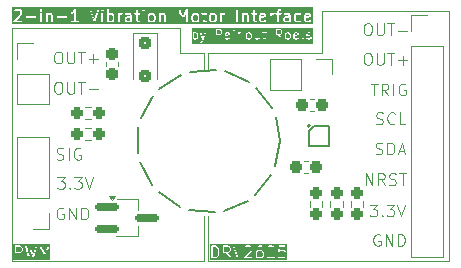
<source format=gto>
G04 #@! TF.GenerationSoftware,KiCad,Pcbnew,8.0.4*
G04 #@! TF.CreationDate,2024-09-19T17:48:01+02:00*
G04 #@! TF.ProjectId,vibration-motor,76696272-6174-4696-9f6e-2d6d6f746f72,rev?*
G04 #@! TF.SameCoordinates,Original*
G04 #@! TF.FileFunction,Legend,Top*
G04 #@! TF.FilePolarity,Positive*
%FSLAX46Y46*%
G04 Gerber Fmt 4.6, Leading zero omitted, Abs format (unit mm)*
G04 Created by KiCad (PCBNEW 8.0.4) date 2024-09-19 17:48:01*
%MOMM*%
%LPD*%
G01*
G04 APERTURE LIST*
G04 Aperture macros list*
%AMRoundRect*
0 Rectangle with rounded corners*
0 $1 Rounding radius*
0 $2 $3 $4 $5 $6 $7 $8 $9 X,Y pos of 4 corners*
0 Add a 4 corners polygon primitive as box body*
4,1,4,$2,$3,$4,$5,$6,$7,$8,$9,$2,$3,0*
0 Add four circle primitives for the rounded corners*
1,1,$1+$1,$2,$3*
1,1,$1+$1,$4,$5*
1,1,$1+$1,$6,$7*
1,1,$1+$1,$8,$9*
0 Add four rect primitives between the rounded corners*
20,1,$1+$1,$2,$3,$4,$5,0*
20,1,$1+$1,$4,$5,$6,$7,0*
20,1,$1+$1,$6,$7,$8,$9,0*
20,1,$1+$1,$8,$9,$2,$3,0*%
G04 Aperture macros list end*
%ADD10C,0.100000*%
%ADD11C,0.200000*%
%ADD12C,0.150000*%
%ADD13C,0.120000*%
%ADD14R,1.700000X1.700000*%
%ADD15O,1.700000X1.700000*%
%ADD16RoundRect,0.237500X0.250000X0.237500X-0.250000X0.237500X-0.250000X-0.237500X0.250000X-0.237500X0*%
%ADD17RoundRect,0.237500X-0.250000X-0.237500X0.250000X-0.237500X0.250000X0.237500X-0.250000X0.237500X0*%
%ADD18RoundRect,0.237500X0.237500X-0.300000X0.237500X0.300000X-0.237500X0.300000X-0.237500X-0.300000X0*%
%ADD19C,1.700000*%
%ADD20RoundRect,0.237500X0.237500X-0.250000X0.237500X0.250000X-0.237500X0.250000X-0.237500X-0.250000X0*%
%ADD21C,0.250000*%
%ADD22C,0.200000*%
%ADD23RoundRect,0.162500X-0.837500X-0.162500X0.837500X-0.162500X0.837500X0.162500X-0.837500X0.162500X0*%
%ADD24RoundRect,0.237500X0.300000X0.237500X-0.300000X0.237500X-0.300000X-0.237500X0.300000X-0.237500X0*%
%ADD25RoundRect,0.250000X-0.300000X0.300000X-0.300000X-0.300000X0.300000X-0.300000X0.300000X0.300000X0*%
%ADD26RoundRect,0.237500X-0.300000X-0.237500X0.300000X-0.237500X0.300000X0.237500X-0.300000X0.237500X0*%
G04 APERTURE END LIST*
D10*
X84200000Y-48750000D02*
X70000000Y-48750000D01*
X86250000Y-52200000D02*
X86250000Y-50800000D01*
X86650000Y-68450000D02*
X107050000Y-68450000D01*
X96300000Y-50800000D02*
X86650000Y-50800000D01*
X107050000Y-47250000D02*
X107050000Y-48750000D01*
D11*
X92711765Y-58288235D02*
X92316904Y-60440255D01*
X91984436Y-61167260D02*
X90614854Y-62873529D01*
X89976988Y-63355398D02*
X87961348Y-64206457D01*
X87171154Y-64327555D02*
X84993154Y-64119174D01*
X84240257Y-63850440D02*
X82422557Y-62632625D01*
X81887632Y-62038548D02*
X80866431Y-60103540D01*
X80677846Y-59326683D02*
X80698204Y-57138832D01*
X80901213Y-56365619D02*
X81958245Y-54449949D01*
X82504132Y-53865930D02*
X84344179Y-52682150D01*
X85101946Y-52427473D02*
X87283446Y-52259658D01*
X88071250Y-52395439D02*
X90070704Y-53283859D01*
X90699493Y-53777515D02*
X92037086Y-55508974D01*
X92355968Y-56242040D02*
X92711765Y-58288235D01*
D10*
X96300000Y-47250000D02*
X96300000Y-48750000D01*
X86650000Y-50800000D02*
X86650000Y-52226470D01*
X86650000Y-64600000D02*
X86650000Y-68450000D01*
X107050000Y-47250000D02*
X96300000Y-47250000D01*
X84200000Y-48750000D02*
X84200000Y-50800000D01*
X84200000Y-50800000D02*
X86250000Y-50800000D01*
X70000000Y-48750000D02*
X70000000Y-68450000D01*
X96300000Y-48750000D02*
X96300000Y-50800000D01*
X107050000Y-68450000D02*
X107050000Y-48750000D01*
X86250000Y-68450000D02*
X86250000Y-64600000D01*
X70000000Y-68450000D02*
X86250000Y-68450000D01*
X73844360Y-53282419D02*
X74034836Y-53282419D01*
X74034836Y-53282419D02*
X74130074Y-53330038D01*
X74130074Y-53330038D02*
X74225312Y-53425276D01*
X74225312Y-53425276D02*
X74272931Y-53615752D01*
X74272931Y-53615752D02*
X74272931Y-53949085D01*
X74272931Y-53949085D02*
X74225312Y-54139561D01*
X74225312Y-54139561D02*
X74130074Y-54234800D01*
X74130074Y-54234800D02*
X74034836Y-54282419D01*
X74034836Y-54282419D02*
X73844360Y-54282419D01*
X73844360Y-54282419D02*
X73749122Y-54234800D01*
X73749122Y-54234800D02*
X73653884Y-54139561D01*
X73653884Y-54139561D02*
X73606265Y-53949085D01*
X73606265Y-53949085D02*
X73606265Y-53615752D01*
X73606265Y-53615752D02*
X73653884Y-53425276D01*
X73653884Y-53425276D02*
X73749122Y-53330038D01*
X73749122Y-53330038D02*
X73844360Y-53282419D01*
X74701503Y-53282419D02*
X74701503Y-54091942D01*
X74701503Y-54091942D02*
X74749122Y-54187180D01*
X74749122Y-54187180D02*
X74796741Y-54234800D01*
X74796741Y-54234800D02*
X74891979Y-54282419D01*
X74891979Y-54282419D02*
X75082455Y-54282419D01*
X75082455Y-54282419D02*
X75177693Y-54234800D01*
X75177693Y-54234800D02*
X75225312Y-54187180D01*
X75225312Y-54187180D02*
X75272931Y-54091942D01*
X75272931Y-54091942D02*
X75272931Y-53282419D01*
X75606265Y-53282419D02*
X76177693Y-53282419D01*
X75891979Y-54282419D02*
X75891979Y-53282419D01*
X76511027Y-53901466D02*
X77272932Y-53901466D01*
X100411027Y-53422419D02*
X100982455Y-53422419D01*
X100696741Y-54422419D02*
X100696741Y-53422419D01*
X101887217Y-54422419D02*
X101553884Y-53946228D01*
X101315789Y-54422419D02*
X101315789Y-53422419D01*
X101315789Y-53422419D02*
X101696741Y-53422419D01*
X101696741Y-53422419D02*
X101791979Y-53470038D01*
X101791979Y-53470038D02*
X101839598Y-53517657D01*
X101839598Y-53517657D02*
X101887217Y-53612895D01*
X101887217Y-53612895D02*
X101887217Y-53755752D01*
X101887217Y-53755752D02*
X101839598Y-53850990D01*
X101839598Y-53850990D02*
X101791979Y-53898609D01*
X101791979Y-53898609D02*
X101696741Y-53946228D01*
X101696741Y-53946228D02*
X101315789Y-53946228D01*
X102315789Y-54422419D02*
X102315789Y-53422419D01*
X103315788Y-53470038D02*
X103220550Y-53422419D01*
X103220550Y-53422419D02*
X103077693Y-53422419D01*
X103077693Y-53422419D02*
X102934836Y-53470038D01*
X102934836Y-53470038D02*
X102839598Y-53565276D01*
X102839598Y-53565276D02*
X102791979Y-53660514D01*
X102791979Y-53660514D02*
X102744360Y-53850990D01*
X102744360Y-53850990D02*
X102744360Y-53993847D01*
X102744360Y-53993847D02*
X102791979Y-54184323D01*
X102791979Y-54184323D02*
X102839598Y-54279561D01*
X102839598Y-54279561D02*
X102934836Y-54374800D01*
X102934836Y-54374800D02*
X103077693Y-54422419D01*
X103077693Y-54422419D02*
X103172931Y-54422419D01*
X103172931Y-54422419D02*
X103315788Y-54374800D01*
X103315788Y-54374800D02*
X103363407Y-54327180D01*
X103363407Y-54327180D02*
X103363407Y-53993847D01*
X103363407Y-53993847D02*
X103172931Y-53993847D01*
X101177693Y-66220038D02*
X101082455Y-66172419D01*
X101082455Y-66172419D02*
X100939598Y-66172419D01*
X100939598Y-66172419D02*
X100796741Y-66220038D01*
X100796741Y-66220038D02*
X100701503Y-66315276D01*
X100701503Y-66315276D02*
X100653884Y-66410514D01*
X100653884Y-66410514D02*
X100606265Y-66600990D01*
X100606265Y-66600990D02*
X100606265Y-66743847D01*
X100606265Y-66743847D02*
X100653884Y-66934323D01*
X100653884Y-66934323D02*
X100701503Y-67029561D01*
X100701503Y-67029561D02*
X100796741Y-67124800D01*
X100796741Y-67124800D02*
X100939598Y-67172419D01*
X100939598Y-67172419D02*
X101034836Y-67172419D01*
X101034836Y-67172419D02*
X101177693Y-67124800D01*
X101177693Y-67124800D02*
X101225312Y-67077180D01*
X101225312Y-67077180D02*
X101225312Y-66743847D01*
X101225312Y-66743847D02*
X101034836Y-66743847D01*
X101653884Y-67172419D02*
X101653884Y-66172419D01*
X101653884Y-66172419D02*
X102225312Y-67172419D01*
X102225312Y-67172419D02*
X102225312Y-66172419D01*
X102701503Y-67172419D02*
X102701503Y-66172419D01*
X102701503Y-66172419D02*
X102939598Y-66172419D01*
X102939598Y-66172419D02*
X103082455Y-66220038D01*
X103082455Y-66220038D02*
X103177693Y-66315276D01*
X103177693Y-66315276D02*
X103225312Y-66410514D01*
X103225312Y-66410514D02*
X103272931Y-66600990D01*
X103272931Y-66600990D02*
X103272931Y-66743847D01*
X103272931Y-66743847D02*
X103225312Y-66934323D01*
X103225312Y-66934323D02*
X103177693Y-67029561D01*
X103177693Y-67029561D02*
X103082455Y-67124800D01*
X103082455Y-67124800D02*
X102939598Y-67172419D01*
X102939598Y-67172419D02*
X102701503Y-67172419D01*
X100044360Y-48322419D02*
X100234836Y-48322419D01*
X100234836Y-48322419D02*
X100330074Y-48370038D01*
X100330074Y-48370038D02*
X100425312Y-48465276D01*
X100425312Y-48465276D02*
X100472931Y-48655752D01*
X100472931Y-48655752D02*
X100472931Y-48989085D01*
X100472931Y-48989085D02*
X100425312Y-49179561D01*
X100425312Y-49179561D02*
X100330074Y-49274800D01*
X100330074Y-49274800D02*
X100234836Y-49322419D01*
X100234836Y-49322419D02*
X100044360Y-49322419D01*
X100044360Y-49322419D02*
X99949122Y-49274800D01*
X99949122Y-49274800D02*
X99853884Y-49179561D01*
X99853884Y-49179561D02*
X99806265Y-48989085D01*
X99806265Y-48989085D02*
X99806265Y-48655752D01*
X99806265Y-48655752D02*
X99853884Y-48465276D01*
X99853884Y-48465276D02*
X99949122Y-48370038D01*
X99949122Y-48370038D02*
X100044360Y-48322419D01*
X100901503Y-48322419D02*
X100901503Y-49131942D01*
X100901503Y-49131942D02*
X100949122Y-49227180D01*
X100949122Y-49227180D02*
X100996741Y-49274800D01*
X100996741Y-49274800D02*
X101091979Y-49322419D01*
X101091979Y-49322419D02*
X101282455Y-49322419D01*
X101282455Y-49322419D02*
X101377693Y-49274800D01*
X101377693Y-49274800D02*
X101425312Y-49227180D01*
X101425312Y-49227180D02*
X101472931Y-49131942D01*
X101472931Y-49131942D02*
X101472931Y-48322419D01*
X101806265Y-48322419D02*
X102377693Y-48322419D01*
X102091979Y-49322419D02*
X102091979Y-48322419D01*
X102711027Y-48941466D02*
X103472932Y-48941466D01*
X100806265Y-59374800D02*
X100949122Y-59422419D01*
X100949122Y-59422419D02*
X101187217Y-59422419D01*
X101187217Y-59422419D02*
X101282455Y-59374800D01*
X101282455Y-59374800D02*
X101330074Y-59327180D01*
X101330074Y-59327180D02*
X101377693Y-59231942D01*
X101377693Y-59231942D02*
X101377693Y-59136704D01*
X101377693Y-59136704D02*
X101330074Y-59041466D01*
X101330074Y-59041466D02*
X101282455Y-58993847D01*
X101282455Y-58993847D02*
X101187217Y-58946228D01*
X101187217Y-58946228D02*
X100996741Y-58898609D01*
X100996741Y-58898609D02*
X100901503Y-58850990D01*
X100901503Y-58850990D02*
X100853884Y-58803371D01*
X100853884Y-58803371D02*
X100806265Y-58708133D01*
X100806265Y-58708133D02*
X100806265Y-58612895D01*
X100806265Y-58612895D02*
X100853884Y-58517657D01*
X100853884Y-58517657D02*
X100901503Y-58470038D01*
X100901503Y-58470038D02*
X100996741Y-58422419D01*
X100996741Y-58422419D02*
X101234836Y-58422419D01*
X101234836Y-58422419D02*
X101377693Y-58470038D01*
X101806265Y-59422419D02*
X101806265Y-58422419D01*
X101806265Y-58422419D02*
X102044360Y-58422419D01*
X102044360Y-58422419D02*
X102187217Y-58470038D01*
X102187217Y-58470038D02*
X102282455Y-58565276D01*
X102282455Y-58565276D02*
X102330074Y-58660514D01*
X102330074Y-58660514D02*
X102377693Y-58850990D01*
X102377693Y-58850990D02*
X102377693Y-58993847D01*
X102377693Y-58993847D02*
X102330074Y-59184323D01*
X102330074Y-59184323D02*
X102282455Y-59279561D01*
X102282455Y-59279561D02*
X102187217Y-59374800D01*
X102187217Y-59374800D02*
X102044360Y-59422419D01*
X102044360Y-59422419D02*
X101806265Y-59422419D01*
X102758646Y-59136704D02*
X103234836Y-59136704D01*
X102663408Y-59422419D02*
X102996741Y-58422419D01*
X102996741Y-58422419D02*
X103330074Y-59422419D01*
G36*
X87297827Y-67263739D02*
G01*
X87378980Y-67344892D01*
X87420517Y-67427966D01*
X87465312Y-67607145D01*
X87465312Y-67737692D01*
X87420517Y-67916870D01*
X87378980Y-67999944D01*
X87297826Y-68081098D01*
X87173866Y-68122419D01*
X86993884Y-68122419D01*
X86993884Y-67222419D01*
X87173866Y-67222419D01*
X87297827Y-67263739D01*
G37*
G36*
X91152361Y-67642082D02*
G01*
X91188505Y-67678227D01*
X91227217Y-67755650D01*
X91227217Y-67970138D01*
X91188505Y-68047561D01*
X91152359Y-68083708D01*
X91074938Y-68122419D01*
X90908069Y-68122419D01*
X90830646Y-68083708D01*
X90794500Y-68047561D01*
X90755789Y-67970139D01*
X90755789Y-67755650D01*
X90794500Y-67678226D01*
X90830645Y-67642082D01*
X90908069Y-67603371D01*
X91074938Y-67603371D01*
X91152361Y-67642082D01*
G37*
G36*
X88390456Y-67261130D02*
G01*
X88426600Y-67297275D01*
X88465312Y-67374698D01*
X88465312Y-67493948D01*
X88426600Y-67571371D01*
X88390456Y-67607516D01*
X88313033Y-67646228D01*
X87993884Y-67646228D01*
X87993884Y-67222419D01*
X88313033Y-67222419D01*
X88390456Y-67261130D01*
G37*
G36*
X93343090Y-68333530D02*
G01*
X86782773Y-68333530D01*
X86782773Y-67172419D01*
X86893884Y-67172419D01*
X86893884Y-68172419D01*
X86897690Y-68191553D01*
X86924750Y-68218613D01*
X86943884Y-68222419D01*
X87181979Y-68222419D01*
X87189841Y-68220855D01*
X87197790Y-68219853D01*
X87340647Y-68172234D01*
X87342822Y-68170994D01*
X87343971Y-68170994D01*
X87350641Y-68166536D01*
X87357595Y-68162573D01*
X87358107Y-68161547D01*
X87360192Y-68160155D01*
X87455430Y-68064916D01*
X87459883Y-68058250D01*
X87464795Y-68051922D01*
X87512414Y-67956684D01*
X87513860Y-67951402D01*
X87516200Y-67946450D01*
X87563819Y-67755974D01*
X87564116Y-67749856D01*
X87565312Y-67743847D01*
X87565312Y-67600990D01*
X87564116Y-67594980D01*
X87563819Y-67588863D01*
X87516200Y-67398387D01*
X87513860Y-67393434D01*
X87512414Y-67388153D01*
X87464795Y-67292915D01*
X87459879Y-67286580D01*
X87455429Y-67279921D01*
X87360191Y-67184683D01*
X87358108Y-67183291D01*
X87357595Y-67182265D01*
X87350634Y-67178297D01*
X87343970Y-67173844D01*
X87342822Y-67173844D01*
X87340647Y-67172604D01*
X87340092Y-67172419D01*
X87893884Y-67172419D01*
X87893884Y-68172419D01*
X87897690Y-68191553D01*
X87924750Y-68218613D01*
X87963018Y-68218613D01*
X87990078Y-68191553D01*
X87993884Y-68172419D01*
X87993884Y-67746228D01*
X88155946Y-67746228D01*
X88474350Y-68201092D01*
X88488441Y-68214585D01*
X88526127Y-68221235D01*
X88557478Y-68199290D01*
X88564128Y-68161604D01*
X88556274Y-68143746D01*
X88278012Y-67746228D01*
X88324836Y-67746228D01*
X88327292Y-67745739D01*
X88328381Y-67746102D01*
X88336108Y-67743985D01*
X88343970Y-67742422D01*
X88344781Y-67741610D01*
X88347197Y-67740949D01*
X88442434Y-67693331D01*
X88448767Y-67688415D01*
X88455429Y-67683964D01*
X88503048Y-67636346D01*
X88507502Y-67629679D01*
X88512414Y-67623351D01*
X88560033Y-67528113D01*
X88560694Y-67525697D01*
X88561506Y-67524886D01*
X88563069Y-67517024D01*
X88565186Y-67509297D01*
X88564823Y-67508208D01*
X88565312Y-67505752D01*
X88565312Y-67362895D01*
X88564823Y-67360438D01*
X88565186Y-67359350D01*
X88563069Y-67351622D01*
X88561506Y-67343761D01*
X88560694Y-67342949D01*
X88560033Y-67340534D01*
X88512414Y-67245296D01*
X88507502Y-67238967D01*
X88503048Y-67232301D01*
X88455429Y-67184683D01*
X88448767Y-67180231D01*
X88442434Y-67175316D01*
X88429552Y-67168875D01*
X88751153Y-67168875D01*
X88753593Y-67188230D01*
X89086926Y-68188230D01*
X89096587Y-68205178D01*
X89099928Y-68206848D01*
X89101600Y-68210192D01*
X89116642Y-68215205D01*
X89130816Y-68222293D01*
X89134359Y-68221111D01*
X89137904Y-68222293D01*
X89152083Y-68215203D01*
X89167120Y-68210191D01*
X89168790Y-68206850D01*
X89172133Y-68205179D01*
X89181794Y-68188230D01*
X89193442Y-68153285D01*
X89659595Y-68153285D01*
X89659595Y-68191553D01*
X89686655Y-68218613D01*
X89705789Y-68222419D01*
X90324836Y-68222419D01*
X90343970Y-68218613D01*
X90371030Y-68191553D01*
X90371030Y-68153285D01*
X90343970Y-68126225D01*
X90324836Y-68122419D01*
X89826499Y-68122419D01*
X90312572Y-67636345D01*
X90313962Y-67634263D01*
X90314990Y-67633750D01*
X90318960Y-67626784D01*
X90323411Y-67620124D01*
X90323411Y-67618976D01*
X90324651Y-67616801D01*
X90329921Y-67600990D01*
X90655789Y-67600990D01*
X90655789Y-67981942D01*
X90656277Y-67984398D01*
X90655915Y-67985487D01*
X90658031Y-67993214D01*
X90659595Y-68001076D01*
X90660406Y-68001887D01*
X90661068Y-68004303D01*
X90708686Y-68099540D01*
X90713597Y-68105868D01*
X90718052Y-68112535D01*
X90765671Y-68160155D01*
X90772337Y-68164609D01*
X90778666Y-68169521D01*
X90873904Y-68217140D01*
X90876319Y-68217801D01*
X90877131Y-68218613D01*
X90884992Y-68220176D01*
X90892720Y-68222293D01*
X90893808Y-68221930D01*
X90896265Y-68222419D01*
X91086741Y-68222419D01*
X91089197Y-68221930D01*
X91090286Y-68222293D01*
X91098013Y-68220176D01*
X91105875Y-68218613D01*
X91106686Y-68217801D01*
X91109102Y-68217140D01*
X91204339Y-68169522D01*
X91210666Y-68164611D01*
X91217335Y-68160155D01*
X91224205Y-68153285D01*
X91564357Y-68153285D01*
X91564357Y-68191553D01*
X91591417Y-68218613D01*
X91610551Y-68222419D01*
X92229598Y-68222419D01*
X92248732Y-68218613D01*
X92275792Y-68191553D01*
X92275792Y-68153285D01*
X92248732Y-68126225D01*
X92229598Y-68122419D01*
X91731261Y-68122419D01*
X92210045Y-67643634D01*
X92560799Y-67643634D01*
X92562682Y-67663052D01*
X92564357Y-67665099D01*
X92564357Y-67667743D01*
X92576254Y-67679640D01*
X92586915Y-67692670D01*
X92589547Y-67692933D01*
X92591417Y-67694803D01*
X92608244Y-67694803D01*
X92624994Y-67696478D01*
X92627041Y-67694803D01*
X92629685Y-67694803D01*
X92645906Y-67683964D01*
X92687788Y-67642082D01*
X92765212Y-67603371D01*
X92979700Y-67603371D01*
X93057123Y-67642082D01*
X93093267Y-67678227D01*
X93131979Y-67755650D01*
X93131979Y-67970138D01*
X93093267Y-68047561D01*
X93057121Y-68083708D01*
X92979700Y-68122419D01*
X92765212Y-68122419D01*
X92687789Y-68083708D01*
X92645907Y-68041825D01*
X92629686Y-68030986D01*
X92591417Y-68030986D01*
X92564357Y-68058045D01*
X92564357Y-68096314D01*
X92575195Y-68112535D01*
X92622814Y-68160155D01*
X92629480Y-68164609D01*
X92635809Y-68169521D01*
X92731047Y-68217140D01*
X92733462Y-68217801D01*
X92734274Y-68218613D01*
X92742135Y-68220176D01*
X92749863Y-68222293D01*
X92750951Y-68221930D01*
X92753408Y-68222419D01*
X92991503Y-68222419D01*
X92993959Y-68221930D01*
X92995048Y-68222293D01*
X93002775Y-68220176D01*
X93010637Y-68218613D01*
X93011448Y-68217801D01*
X93013864Y-68217140D01*
X93109101Y-68169522D01*
X93115428Y-68164611D01*
X93122097Y-68160155D01*
X93169716Y-68112535D01*
X93174169Y-68105869D01*
X93179081Y-68099541D01*
X93226700Y-68004303D01*
X93227361Y-68001887D01*
X93228173Y-68001076D01*
X93229736Y-67993214D01*
X93231853Y-67985487D01*
X93231490Y-67984398D01*
X93231979Y-67981942D01*
X93231979Y-67743847D01*
X93231490Y-67741390D01*
X93231853Y-67740302D01*
X93229736Y-67732574D01*
X93228173Y-67724713D01*
X93227361Y-67723901D01*
X93226700Y-67721486D01*
X93179081Y-67626248D01*
X93174169Y-67619919D01*
X93169715Y-67613253D01*
X93122096Y-67565635D01*
X93115434Y-67561183D01*
X93109101Y-67556268D01*
X93013864Y-67508650D01*
X93011448Y-67507988D01*
X93010637Y-67507177D01*
X93002775Y-67505613D01*
X92995048Y-67503497D01*
X92993959Y-67503859D01*
X92991503Y-67503371D01*
X92753408Y-67503371D01*
X92750951Y-67503859D01*
X92749863Y-67503497D01*
X92742135Y-67505613D01*
X92734274Y-67507177D01*
X92733462Y-67507988D01*
X92731047Y-67508650D01*
X92671835Y-67538255D01*
X92703419Y-67222419D01*
X93134360Y-67222419D01*
X93153494Y-67218613D01*
X93180554Y-67191553D01*
X93180554Y-67153285D01*
X93153494Y-67126225D01*
X93134360Y-67122419D01*
X92658170Y-67122419D01*
X92646208Y-67124798D01*
X92643727Y-67124550D01*
X92642529Y-67125530D01*
X92639036Y-67126225D01*
X92627135Y-67138125D01*
X92614109Y-67148784D01*
X92613069Y-67152191D01*
X92611976Y-67153285D01*
X92611976Y-67155777D01*
X92608418Y-67167444D01*
X92560799Y-67643634D01*
X92210045Y-67643634D01*
X92217334Y-67636345D01*
X92218724Y-67634263D01*
X92219752Y-67633750D01*
X92223722Y-67626784D01*
X92228173Y-67620124D01*
X92228173Y-67618976D01*
X92229413Y-67616801D01*
X92277032Y-67473945D01*
X92278034Y-67465994D01*
X92279598Y-67458133D01*
X92279598Y-67362895D01*
X92279109Y-67360438D01*
X92279472Y-67359350D01*
X92277355Y-67351622D01*
X92275792Y-67343761D01*
X92274980Y-67342949D01*
X92274319Y-67340534D01*
X92226700Y-67245296D01*
X92221788Y-67238967D01*
X92217334Y-67232301D01*
X92169715Y-67184683D01*
X92163053Y-67180231D01*
X92156720Y-67175316D01*
X92061483Y-67127698D01*
X92059067Y-67127036D01*
X92058256Y-67126225D01*
X92050394Y-67124661D01*
X92042667Y-67122545D01*
X92041578Y-67122907D01*
X92039122Y-67122419D01*
X91801027Y-67122419D01*
X91798570Y-67122907D01*
X91797482Y-67122545D01*
X91789754Y-67124661D01*
X91781893Y-67126225D01*
X91781081Y-67127036D01*
X91778666Y-67127698D01*
X91683428Y-67175317D01*
X91677099Y-67180228D01*
X91670433Y-67184683D01*
X91622815Y-67232302D01*
X91611976Y-67248523D01*
X91611976Y-67286791D01*
X91639036Y-67313851D01*
X91677304Y-67313851D01*
X91693525Y-67303012D01*
X91735407Y-67261130D01*
X91812831Y-67222419D01*
X92027319Y-67222419D01*
X92104742Y-67261130D01*
X92140886Y-67297275D01*
X92179598Y-67374698D01*
X92179598Y-67450020D01*
X92138277Y-67573981D01*
X91575196Y-68137064D01*
X91564357Y-68153285D01*
X91224205Y-68153285D01*
X91264954Y-68112535D01*
X91269407Y-68105869D01*
X91274319Y-68099541D01*
X91321938Y-68004303D01*
X91322599Y-68001887D01*
X91323411Y-68001076D01*
X91324974Y-67993214D01*
X91327091Y-67985487D01*
X91326728Y-67984398D01*
X91327217Y-67981942D01*
X91327217Y-67743847D01*
X91326728Y-67741390D01*
X91327091Y-67740302D01*
X91324974Y-67732574D01*
X91323411Y-67724713D01*
X91322599Y-67723901D01*
X91321938Y-67721486D01*
X91274319Y-67626248D01*
X91269407Y-67619919D01*
X91264953Y-67613253D01*
X91217334Y-67565635D01*
X91210672Y-67561183D01*
X91204339Y-67556268D01*
X91109102Y-67508650D01*
X91106686Y-67507988D01*
X91105875Y-67507177D01*
X91098013Y-67505613D01*
X91090286Y-67503497D01*
X91089197Y-67503859D01*
X91086741Y-67503371D01*
X90896265Y-67503371D01*
X90893808Y-67503859D01*
X90892720Y-67503497D01*
X90884992Y-67505613D01*
X90877131Y-67507177D01*
X90876319Y-67507988D01*
X90873904Y-67508650D01*
X90778666Y-67556269D01*
X90772337Y-67561180D01*
X90766265Y-67565237D01*
X90799814Y-67431044D01*
X90887504Y-67299508D01*
X90925883Y-67261130D01*
X91003307Y-67222419D01*
X91181979Y-67222419D01*
X91201113Y-67218613D01*
X91228173Y-67191553D01*
X91228173Y-67153285D01*
X91201113Y-67126225D01*
X91181979Y-67122419D01*
X90991503Y-67122419D01*
X90989046Y-67122907D01*
X90987958Y-67122545D01*
X90980230Y-67124661D01*
X90972369Y-67126225D01*
X90971557Y-67127036D01*
X90969142Y-67127698D01*
X90873904Y-67175317D01*
X90867575Y-67180228D01*
X90860909Y-67184683D01*
X90813291Y-67232302D01*
X90810540Y-67236417D01*
X90807044Y-67239922D01*
X90711805Y-67382779D01*
X90708545Y-67390671D01*
X90704901Y-67398387D01*
X90657282Y-67588863D01*
X90656984Y-67594980D01*
X90655789Y-67600990D01*
X90329921Y-67600990D01*
X90372270Y-67473945D01*
X90373272Y-67465994D01*
X90374836Y-67458133D01*
X90374836Y-67362895D01*
X90374347Y-67360438D01*
X90374710Y-67359350D01*
X90372593Y-67351622D01*
X90371030Y-67343761D01*
X90370218Y-67342949D01*
X90369557Y-67340534D01*
X90321938Y-67245296D01*
X90317026Y-67238967D01*
X90312572Y-67232301D01*
X90264953Y-67184683D01*
X90258291Y-67180231D01*
X90251958Y-67175316D01*
X90156721Y-67127698D01*
X90154305Y-67127036D01*
X90153494Y-67126225D01*
X90145632Y-67124661D01*
X90137905Y-67122545D01*
X90136816Y-67122907D01*
X90134360Y-67122419D01*
X89896265Y-67122419D01*
X89893808Y-67122907D01*
X89892720Y-67122545D01*
X89884992Y-67124661D01*
X89877131Y-67126225D01*
X89876319Y-67127036D01*
X89873904Y-67127698D01*
X89778666Y-67175317D01*
X89772337Y-67180228D01*
X89765671Y-67184683D01*
X89718053Y-67232302D01*
X89707214Y-67248523D01*
X89707214Y-67286791D01*
X89734274Y-67313851D01*
X89772542Y-67313851D01*
X89788763Y-67303012D01*
X89830645Y-67261130D01*
X89908069Y-67222419D01*
X90122557Y-67222419D01*
X90199980Y-67261130D01*
X90236124Y-67297275D01*
X90274836Y-67374698D01*
X90274836Y-67450020D01*
X90233515Y-67573981D01*
X89670434Y-68137064D01*
X89659595Y-68153285D01*
X89193442Y-68153285D01*
X89515127Y-67188231D01*
X89517567Y-67168875D01*
X89500453Y-67134647D01*
X89464149Y-67122545D01*
X89429920Y-67139660D01*
X89420259Y-67156608D01*
X89134360Y-68014305D01*
X88848461Y-67156608D01*
X88838800Y-67139659D01*
X88804571Y-67122545D01*
X88768267Y-67134646D01*
X88751153Y-67168875D01*
X88429552Y-67168875D01*
X88347197Y-67127698D01*
X88344781Y-67127036D01*
X88343970Y-67126225D01*
X88336108Y-67124661D01*
X88328381Y-67122545D01*
X88327292Y-67122907D01*
X88324836Y-67122419D01*
X87943884Y-67122419D01*
X87924750Y-67126225D01*
X87897690Y-67153285D01*
X87893884Y-67172419D01*
X87340092Y-67172419D01*
X87197790Y-67124985D01*
X87189841Y-67123982D01*
X87181979Y-67122419D01*
X86943884Y-67122419D01*
X86924750Y-67126225D01*
X86897690Y-67153285D01*
X86893884Y-67172419D01*
X86782773Y-67172419D01*
X86782773Y-67011308D01*
X93343090Y-67011308D01*
X93343090Y-68333530D01*
G37*
X100044360Y-50822419D02*
X100234836Y-50822419D01*
X100234836Y-50822419D02*
X100330074Y-50870038D01*
X100330074Y-50870038D02*
X100425312Y-50965276D01*
X100425312Y-50965276D02*
X100472931Y-51155752D01*
X100472931Y-51155752D02*
X100472931Y-51489085D01*
X100472931Y-51489085D02*
X100425312Y-51679561D01*
X100425312Y-51679561D02*
X100330074Y-51774800D01*
X100330074Y-51774800D02*
X100234836Y-51822419D01*
X100234836Y-51822419D02*
X100044360Y-51822419D01*
X100044360Y-51822419D02*
X99949122Y-51774800D01*
X99949122Y-51774800D02*
X99853884Y-51679561D01*
X99853884Y-51679561D02*
X99806265Y-51489085D01*
X99806265Y-51489085D02*
X99806265Y-51155752D01*
X99806265Y-51155752D02*
X99853884Y-50965276D01*
X99853884Y-50965276D02*
X99949122Y-50870038D01*
X99949122Y-50870038D02*
X100044360Y-50822419D01*
X100901503Y-50822419D02*
X100901503Y-51631942D01*
X100901503Y-51631942D02*
X100949122Y-51727180D01*
X100949122Y-51727180D02*
X100996741Y-51774800D01*
X100996741Y-51774800D02*
X101091979Y-51822419D01*
X101091979Y-51822419D02*
X101282455Y-51822419D01*
X101282455Y-51822419D02*
X101377693Y-51774800D01*
X101377693Y-51774800D02*
X101425312Y-51727180D01*
X101425312Y-51727180D02*
X101472931Y-51631942D01*
X101472931Y-51631942D02*
X101472931Y-50822419D01*
X101806265Y-50822419D02*
X102377693Y-50822419D01*
X102091979Y-51822419D02*
X102091979Y-50822419D01*
X102711027Y-51441466D02*
X103472932Y-51441466D01*
X103091979Y-51822419D02*
X103091979Y-51060514D01*
G36*
X85631409Y-49192749D02*
G01*
X85658029Y-49219370D01*
X85687217Y-49277745D01*
X85687217Y-49482711D01*
X85658029Y-49541085D01*
X85631408Y-49567707D01*
X85573034Y-49596895D01*
X85444258Y-49596895D01*
X85406265Y-49577898D01*
X85406265Y-49182558D01*
X85444258Y-49163561D01*
X85573033Y-49163561D01*
X85631409Y-49192749D01*
G37*
G36*
X88366617Y-49188924D02*
G01*
X88391980Y-49239650D01*
X88391980Y-49263047D01*
X88111027Y-49319237D01*
X88111027Y-49239650D01*
X88136391Y-49188924D01*
X88187116Y-49163561D01*
X88315891Y-49163561D01*
X88366617Y-49188924D01*
G37*
G36*
X90164743Y-49192749D02*
G01*
X90191363Y-49219370D01*
X90220551Y-49277745D01*
X90220551Y-49482711D01*
X90191363Y-49541085D01*
X90164742Y-49567707D01*
X90106368Y-49596895D01*
X90015687Y-49596895D01*
X89957313Y-49567708D01*
X89930691Y-49541086D01*
X89901503Y-49482710D01*
X89901503Y-49277745D01*
X89930692Y-49219368D01*
X89957312Y-49192748D01*
X90015687Y-49163561D01*
X90106367Y-49163561D01*
X90164743Y-49192749D01*
G37*
G36*
X93479030Y-49192749D02*
G01*
X93505650Y-49219370D01*
X93534838Y-49277745D01*
X93534838Y-49482711D01*
X93505650Y-49541085D01*
X93479029Y-49567707D01*
X93420655Y-49596895D01*
X93329974Y-49596895D01*
X93271600Y-49567708D01*
X93244978Y-49541086D01*
X93215790Y-49482710D01*
X93215790Y-49277745D01*
X93244979Y-49219368D01*
X93271599Y-49192748D01*
X93329974Y-49163561D01*
X93420654Y-49163561D01*
X93479030Y-49192749D01*
G37*
G36*
X94195190Y-49188924D02*
G01*
X94220553Y-49239650D01*
X94220553Y-49263047D01*
X93939600Y-49319237D01*
X93939600Y-49239650D01*
X93964964Y-49188924D01*
X94015689Y-49163561D01*
X94144464Y-49163561D01*
X94195190Y-49188924D01*
G37*
G36*
X87650457Y-48926082D02*
G01*
X87677077Y-48952703D01*
X87706266Y-49011079D01*
X87706266Y-49101757D01*
X87677077Y-49160133D01*
X87650457Y-49186754D01*
X87592082Y-49215942D01*
X87349123Y-49215942D01*
X87349123Y-48896895D01*
X87592082Y-48896895D01*
X87650457Y-48926082D01*
G37*
G36*
X92755220Y-48926082D02*
G01*
X92781840Y-48952703D01*
X92811029Y-49011079D01*
X92811029Y-49101757D01*
X92781840Y-49160133D01*
X92755220Y-49186754D01*
X92696845Y-49215942D01*
X92453886Y-49215942D01*
X92453886Y-48896895D01*
X92696845Y-48896895D01*
X92755220Y-48926082D01*
G37*
G36*
X95476109Y-50052324D02*
G01*
X85217376Y-50052324D01*
X85217376Y-48846895D01*
X85306265Y-48846895D01*
X85306265Y-49646895D01*
X85310071Y-49666029D01*
X85337131Y-49693089D01*
X85375399Y-49693089D01*
X85387946Y-49680542D01*
X85410094Y-49691616D01*
X85412509Y-49692277D01*
X85413321Y-49693089D01*
X85421182Y-49694652D01*
X85428910Y-49696769D01*
X85429998Y-49696406D01*
X85432455Y-49696895D01*
X85584836Y-49696895D01*
X85587292Y-49696406D01*
X85588380Y-49696769D01*
X85596104Y-49694653D01*
X85603970Y-49693089D01*
X85604781Y-49692277D01*
X85607196Y-49691616D01*
X85683388Y-49653521D01*
X85689713Y-49648611D01*
X85696383Y-49644155D01*
X85734478Y-49606059D01*
X85738931Y-49599393D01*
X85743843Y-49593065D01*
X85781938Y-49516875D01*
X85782599Y-49514459D01*
X85783411Y-49513648D01*
X85784974Y-49505786D01*
X85787091Y-49498059D01*
X85786728Y-49496970D01*
X85787217Y-49494514D01*
X85787217Y-49265942D01*
X85786728Y-49263485D01*
X85787091Y-49262397D01*
X85784974Y-49254669D01*
X85783411Y-49246808D01*
X85782599Y-49245996D01*
X85781938Y-49243581D01*
X85743843Y-49167391D01*
X85738931Y-49161062D01*
X85734477Y-49154396D01*
X85696382Y-49116302D01*
X85689719Y-49111849D01*
X85688725Y-49111078D01*
X85953946Y-49111078D01*
X85956797Y-49130378D01*
X86140908Y-49645892D01*
X86075557Y-49809272D01*
X86050458Y-49834372D01*
X85981524Y-49868840D01*
X85966112Y-49880801D01*
X85954010Y-49917105D01*
X85971124Y-49951333D01*
X86007428Y-49963435D01*
X86026244Y-49958282D01*
X86102436Y-49920187D01*
X86108767Y-49915273D01*
X86115430Y-49910821D01*
X86153525Y-49872727D01*
X86153760Y-49872375D01*
X86153954Y-49872292D01*
X86159090Y-49864397D01*
X86164364Y-49856506D01*
X86164364Y-49856293D01*
X86164594Y-49855940D01*
X86240784Y-49665464D01*
X86240958Y-49664528D01*
X86241447Y-49663712D01*
X86431924Y-49130378D01*
X86434775Y-49111079D01*
X86418393Y-49076494D01*
X86382354Y-49063623D01*
X86347770Y-49080005D01*
X86337750Y-49096744D01*
X86194360Y-49498234D01*
X86050971Y-49096744D01*
X86040951Y-49080005D01*
X86006367Y-49063623D01*
X85970328Y-49076494D01*
X85953946Y-49111078D01*
X85688725Y-49111078D01*
X85683388Y-49106936D01*
X85607197Y-49068840D01*
X85604781Y-49068178D01*
X85603970Y-49067367D01*
X85596108Y-49065803D01*
X85588381Y-49063687D01*
X85587292Y-49064049D01*
X85584836Y-49063561D01*
X85432455Y-49063561D01*
X85429997Y-49064049D01*
X85428909Y-49063687D01*
X85421179Y-49065803D01*
X85413321Y-49067367D01*
X85412509Y-49068178D01*
X85410093Y-49068840D01*
X85406265Y-49070754D01*
X85406265Y-48846895D01*
X87249123Y-48846895D01*
X87249123Y-49646895D01*
X87252929Y-49666029D01*
X87279989Y-49693089D01*
X87318257Y-49693089D01*
X87345317Y-49666029D01*
X87349123Y-49646895D01*
X87349123Y-49315942D01*
X87463566Y-49315942D01*
X87715304Y-49675568D01*
X87729395Y-49689060D01*
X87767081Y-49695711D01*
X87798432Y-49673766D01*
X87805082Y-49636079D01*
X87797227Y-49618222D01*
X87585632Y-49315942D01*
X87603885Y-49315942D01*
X87606341Y-49315453D01*
X87607430Y-49315816D01*
X87615157Y-49313699D01*
X87623019Y-49312136D01*
X87623830Y-49311324D01*
X87626246Y-49310663D01*
X87702436Y-49272568D01*
X87708770Y-49267652D01*
X87715430Y-49263202D01*
X87750786Y-49227847D01*
X88011027Y-49227847D01*
X88011027Y-49532609D01*
X88011515Y-49535065D01*
X88011153Y-49536154D01*
X88013269Y-49543881D01*
X88014833Y-49551743D01*
X88015644Y-49552554D01*
X88016306Y-49554970D01*
X88054402Y-49631161D01*
X88060504Y-49639023D01*
X88061350Y-49641560D01*
X88064174Y-49643751D01*
X88066363Y-49646572D01*
X88068896Y-49647416D01*
X88076762Y-49653521D01*
X88152952Y-49691616D01*
X88155367Y-49692277D01*
X88156179Y-49693089D01*
X88164040Y-49694652D01*
X88171768Y-49696769D01*
X88172856Y-49696406D01*
X88175313Y-49696895D01*
X88327694Y-49696895D01*
X88330150Y-49696406D01*
X88331238Y-49696769D01*
X88338962Y-49694653D01*
X88346828Y-49693089D01*
X88347639Y-49692277D01*
X88350054Y-49691616D01*
X88426246Y-49653521D01*
X88441657Y-49641560D01*
X88453759Y-49605256D01*
X88436645Y-49571028D01*
X88400341Y-49558926D01*
X88381525Y-49564078D01*
X88315892Y-49596895D01*
X88187116Y-49596895D01*
X88136390Y-49571532D01*
X88111027Y-49520805D01*
X88111027Y-49421218D01*
X88451785Y-49353067D01*
X88458610Y-49350232D01*
X88461114Y-49350232D01*
X88462893Y-49348452D01*
X88469802Y-49345583D01*
X88477878Y-49333467D01*
X88488174Y-49323172D01*
X88489633Y-49315834D01*
X88491029Y-49313741D01*
X88490538Y-49311286D01*
X88491980Y-49304038D01*
X88491980Y-49227847D01*
X88491491Y-49225390D01*
X88491854Y-49224302D01*
X88489737Y-49216574D01*
X88488174Y-49208713D01*
X88487362Y-49207901D01*
X88486701Y-49205486D01*
X88448606Y-49129296D01*
X88442501Y-49121430D01*
X88441657Y-49118897D01*
X88438836Y-49116708D01*
X88436645Y-49113884D01*
X88435676Y-49113561D01*
X88734837Y-49113561D01*
X88734837Y-49646895D01*
X88738643Y-49666029D01*
X88765703Y-49693089D01*
X88803971Y-49693089D01*
X88831031Y-49666029D01*
X88834837Y-49646895D01*
X88834837Y-49113561D01*
X89115789Y-49113561D01*
X89115789Y-49646895D01*
X89119595Y-49666029D01*
X89146655Y-49693089D01*
X89184923Y-49693089D01*
X89211983Y-49666029D01*
X89215789Y-49646895D01*
X89215789Y-49210462D01*
X89233502Y-49192748D01*
X89291877Y-49163561D01*
X89382557Y-49163561D01*
X89433283Y-49188924D01*
X89458646Y-49239650D01*
X89458646Y-49646895D01*
X89462452Y-49666029D01*
X89489512Y-49693089D01*
X89527780Y-49693089D01*
X89554840Y-49666029D01*
X89558646Y-49646895D01*
X89558646Y-49265942D01*
X89801503Y-49265942D01*
X89801503Y-49494514D01*
X89801991Y-49496970D01*
X89801629Y-49498059D01*
X89803745Y-49505786D01*
X89805309Y-49513648D01*
X89806120Y-49514459D01*
X89806782Y-49516875D01*
X89844878Y-49593065D01*
X89849787Y-49599390D01*
X89854243Y-49606059D01*
X89892338Y-49644155D01*
X89899001Y-49648606D01*
X89905333Y-49653521D01*
X89981523Y-49691616D01*
X89983938Y-49692277D01*
X89984750Y-49693089D01*
X89992611Y-49694652D01*
X90000339Y-49696769D01*
X90001427Y-49696406D01*
X90003884Y-49696895D01*
X90118170Y-49696895D01*
X90120626Y-49696406D01*
X90121714Y-49696769D01*
X90129438Y-49694653D01*
X90137304Y-49693089D01*
X90138115Y-49692277D01*
X90140530Y-49691616D01*
X90216722Y-49653521D01*
X90223047Y-49648611D01*
X90229717Y-49644155D01*
X90267812Y-49606059D01*
X90272265Y-49599393D01*
X90277177Y-49593065D01*
X90315272Y-49516875D01*
X90315933Y-49514459D01*
X90316745Y-49513648D01*
X90318308Y-49505786D01*
X90320425Y-49498059D01*
X90320062Y-49496970D01*
X90320551Y-49494514D01*
X90320551Y-49265942D01*
X90320062Y-49263485D01*
X90320425Y-49262397D01*
X90318308Y-49254669D01*
X90316745Y-49246808D01*
X90315933Y-49245996D01*
X90315272Y-49243581D01*
X90277177Y-49167391D01*
X90272265Y-49161062D01*
X90267811Y-49154396D01*
X90229716Y-49116302D01*
X90225615Y-49113561D01*
X90563409Y-49113561D01*
X90563409Y-49532609D01*
X90563897Y-49535065D01*
X90563535Y-49536153D01*
X90565650Y-49543877D01*
X90567215Y-49551743D01*
X90568026Y-49552554D01*
X90568688Y-49554969D01*
X90606783Y-49631161D01*
X90612885Y-49639023D01*
X90613731Y-49641560D01*
X90616555Y-49643751D01*
X90618744Y-49646572D01*
X90621277Y-49647416D01*
X90629143Y-49653521D01*
X90705333Y-49691616D01*
X90707748Y-49692277D01*
X90708560Y-49693089D01*
X90716421Y-49694652D01*
X90724149Y-49696769D01*
X90725237Y-49696406D01*
X90727694Y-49696895D01*
X90841980Y-49696895D01*
X90844436Y-49696406D01*
X90845524Y-49696769D01*
X90853248Y-49694653D01*
X90861114Y-49693089D01*
X90861925Y-49692277D01*
X90864340Y-49691616D01*
X90911886Y-49667843D01*
X90937132Y-49693089D01*
X90975400Y-49693089D01*
X91002460Y-49666029D01*
X91006266Y-49646895D01*
X91006266Y-49113561D01*
X91002460Y-49094427D01*
X91176739Y-49094427D01*
X91176739Y-49132695D01*
X91203799Y-49159755D01*
X91222933Y-49163561D01*
X91287219Y-49163561D01*
X91287219Y-49532609D01*
X91287707Y-49535065D01*
X91287345Y-49536153D01*
X91289460Y-49543877D01*
X91291025Y-49551743D01*
X91291836Y-49552554D01*
X91292498Y-49554969D01*
X91330593Y-49631161D01*
X91336695Y-49639023D01*
X91337541Y-49641560D01*
X91340365Y-49643751D01*
X91342554Y-49646572D01*
X91345087Y-49647416D01*
X91352953Y-49653521D01*
X91429143Y-49691616D01*
X91431558Y-49692277D01*
X91432370Y-49693089D01*
X91440231Y-49694652D01*
X91447959Y-49696769D01*
X91449047Y-49696406D01*
X91451504Y-49696895D01*
X91527695Y-49696895D01*
X91546829Y-49693089D01*
X91573889Y-49666029D01*
X91573889Y-49627761D01*
X91546829Y-49600701D01*
X91527695Y-49596895D01*
X91463307Y-49596895D01*
X91412582Y-49571532D01*
X91387219Y-49520806D01*
X91387219Y-49163561D01*
X91527695Y-49163561D01*
X91546829Y-49159755D01*
X91573889Y-49132695D01*
X91573889Y-49094427D01*
X91546829Y-49067367D01*
X91527695Y-49063561D01*
X91387219Y-49063561D01*
X91387219Y-48846895D01*
X92353886Y-48846895D01*
X92353886Y-49646895D01*
X92357692Y-49666029D01*
X92384752Y-49693089D01*
X92423020Y-49693089D01*
X92450080Y-49666029D01*
X92453886Y-49646895D01*
X92453886Y-49315942D01*
X92568329Y-49315942D01*
X92820067Y-49675568D01*
X92834158Y-49689060D01*
X92871844Y-49695711D01*
X92903195Y-49673766D01*
X92909845Y-49636079D01*
X92901990Y-49618222D01*
X92690395Y-49315942D01*
X92708648Y-49315942D01*
X92711104Y-49315453D01*
X92712193Y-49315816D01*
X92719920Y-49313699D01*
X92727782Y-49312136D01*
X92728593Y-49311324D01*
X92731009Y-49310663D01*
X92807199Y-49272568D01*
X92813533Y-49267652D01*
X92816092Y-49265942D01*
X93115790Y-49265942D01*
X93115790Y-49494514D01*
X93116278Y-49496970D01*
X93115916Y-49498059D01*
X93118032Y-49505786D01*
X93119596Y-49513648D01*
X93120407Y-49514459D01*
X93121069Y-49516875D01*
X93159165Y-49593065D01*
X93164074Y-49599390D01*
X93168530Y-49606059D01*
X93206625Y-49644155D01*
X93213288Y-49648606D01*
X93219620Y-49653521D01*
X93295810Y-49691616D01*
X93298225Y-49692277D01*
X93299037Y-49693089D01*
X93306898Y-49694652D01*
X93314626Y-49696769D01*
X93315714Y-49696406D01*
X93318171Y-49696895D01*
X93432457Y-49696895D01*
X93434913Y-49696406D01*
X93436001Y-49696769D01*
X93443725Y-49694653D01*
X93451591Y-49693089D01*
X93452402Y-49692277D01*
X93454817Y-49691616D01*
X93531009Y-49653521D01*
X93537334Y-49648611D01*
X93544004Y-49644155D01*
X93582099Y-49606059D01*
X93586552Y-49599393D01*
X93591464Y-49593065D01*
X93629559Y-49516875D01*
X93630220Y-49514459D01*
X93631032Y-49513648D01*
X93632595Y-49505786D01*
X93634712Y-49498059D01*
X93634349Y-49496970D01*
X93634838Y-49494514D01*
X93634838Y-49265942D01*
X93634349Y-49263485D01*
X93634712Y-49262397D01*
X93632595Y-49254669D01*
X93631032Y-49246808D01*
X93630220Y-49245996D01*
X93629559Y-49243581D01*
X93621692Y-49227847D01*
X93839600Y-49227847D01*
X93839600Y-49532609D01*
X93840088Y-49535065D01*
X93839726Y-49536154D01*
X93841842Y-49543881D01*
X93843406Y-49551743D01*
X93844217Y-49552554D01*
X93844879Y-49554970D01*
X93882975Y-49631161D01*
X93889077Y-49639023D01*
X93889923Y-49641560D01*
X93892747Y-49643751D01*
X93894936Y-49646572D01*
X93897469Y-49647416D01*
X93905335Y-49653521D01*
X93981525Y-49691616D01*
X93983940Y-49692277D01*
X93984752Y-49693089D01*
X93992613Y-49694652D01*
X94000341Y-49696769D01*
X94001429Y-49696406D01*
X94003886Y-49696895D01*
X94156267Y-49696895D01*
X94158723Y-49696406D01*
X94159811Y-49696769D01*
X94167535Y-49694653D01*
X94175401Y-49693089D01*
X94176212Y-49692277D01*
X94178627Y-49691616D01*
X94254819Y-49653521D01*
X94270230Y-49641560D01*
X94282332Y-49605256D01*
X94265218Y-49571028D01*
X94228914Y-49558926D01*
X94210098Y-49564078D01*
X94144465Y-49596895D01*
X94015689Y-49596895D01*
X93964963Y-49571532D01*
X93939600Y-49520805D01*
X93939600Y-49421218D01*
X94280358Y-49353067D01*
X94287183Y-49350232D01*
X94289687Y-49350232D01*
X94291466Y-49348452D01*
X94298375Y-49345583D01*
X94306451Y-49333467D01*
X94316747Y-49323172D01*
X94318206Y-49315834D01*
X94319602Y-49313741D01*
X94319111Y-49311286D01*
X94320553Y-49304038D01*
X94320553Y-49227847D01*
X94320064Y-49225390D01*
X94320427Y-49224302D01*
X94318310Y-49216574D01*
X94316747Y-49208713D01*
X94315935Y-49207901D01*
X94315274Y-49205486D01*
X94277179Y-49129296D01*
X94271074Y-49121430D01*
X94270230Y-49118897D01*
X94267409Y-49116708D01*
X94265218Y-49113884D01*
X94262681Y-49113038D01*
X94254819Y-49106936D01*
X94178628Y-49068840D01*
X94176212Y-49068178D01*
X94175401Y-49067367D01*
X94167539Y-49065803D01*
X94159812Y-49063687D01*
X94158723Y-49064049D01*
X94156267Y-49063561D01*
X94003886Y-49063561D01*
X94001428Y-49064049D01*
X94000340Y-49063687D01*
X93992610Y-49065803D01*
X93984752Y-49067367D01*
X93983940Y-49068178D01*
X93981524Y-49068840D01*
X93905335Y-49106936D01*
X93897469Y-49113040D01*
X93894936Y-49113885D01*
X93892747Y-49116705D01*
X93889923Y-49118897D01*
X93889077Y-49121433D01*
X93882975Y-49129296D01*
X93844879Y-49205486D01*
X93844217Y-49207901D01*
X93843406Y-49208713D01*
X93841842Y-49216574D01*
X93839726Y-49224302D01*
X93840088Y-49225390D01*
X93839600Y-49227847D01*
X93621692Y-49227847D01*
X93591464Y-49167391D01*
X93586552Y-49161062D01*
X93582098Y-49154396D01*
X93544003Y-49116302D01*
X93537340Y-49111849D01*
X93531009Y-49106936D01*
X93454818Y-49068840D01*
X93452402Y-49068178D01*
X93451591Y-49067367D01*
X93443729Y-49065803D01*
X93436002Y-49063687D01*
X93434913Y-49064049D01*
X93432457Y-49063561D01*
X93318171Y-49063561D01*
X93315713Y-49064049D01*
X93314625Y-49063687D01*
X93306895Y-49065803D01*
X93299037Y-49067367D01*
X93298225Y-49068178D01*
X93295809Y-49068840D01*
X93219620Y-49106936D01*
X93213291Y-49111847D01*
X93206625Y-49116302D01*
X93168531Y-49154397D01*
X93164078Y-49161059D01*
X93159165Y-49167391D01*
X93121069Y-49243581D01*
X93120407Y-49245996D01*
X93119596Y-49246808D01*
X93118032Y-49254669D01*
X93115916Y-49262397D01*
X93116278Y-49263485D01*
X93115790Y-49265942D01*
X92816092Y-49265942D01*
X92820193Y-49263202D01*
X92858288Y-49225108D01*
X92862742Y-49218441D01*
X92867654Y-49212113D01*
X92905750Y-49135922D01*
X92906411Y-49133506D01*
X92907223Y-49132695D01*
X92908786Y-49124833D01*
X92910903Y-49117106D01*
X92910540Y-49116017D01*
X92911029Y-49113561D01*
X92911029Y-48999276D01*
X92910540Y-48996819D01*
X92910903Y-48995731D01*
X92908786Y-48988003D01*
X92907223Y-48980142D01*
X92906411Y-48979330D01*
X92905750Y-48976915D01*
X92867654Y-48900724D01*
X92862742Y-48894395D01*
X92858288Y-48887729D01*
X92820193Y-48849635D01*
X92816093Y-48846895D01*
X94563410Y-48846895D01*
X94563410Y-49532609D01*
X94563898Y-49535065D01*
X94563536Y-49536153D01*
X94565651Y-49543877D01*
X94567216Y-49551743D01*
X94568027Y-49552554D01*
X94568689Y-49554969D01*
X94606784Y-49631161D01*
X94612886Y-49639023D01*
X94613732Y-49641560D01*
X94616556Y-49643751D01*
X94618745Y-49646572D01*
X94621278Y-49647416D01*
X94629144Y-49653521D01*
X94705334Y-49691616D01*
X94724150Y-49696769D01*
X94760455Y-49684668D01*
X94777569Y-49650440D01*
X94765468Y-49614135D01*
X94750056Y-49602174D01*
X94688773Y-49571532D01*
X94663410Y-49520806D01*
X94663410Y-49227847D01*
X94944362Y-49227847D01*
X94944362Y-49265942D01*
X94944850Y-49268398D01*
X94944488Y-49269487D01*
X94946604Y-49277214D01*
X94948168Y-49285076D01*
X94948979Y-49285887D01*
X94949641Y-49288303D01*
X94987737Y-49364494D01*
X94993839Y-49372356D01*
X94994685Y-49374893D01*
X94997509Y-49377084D01*
X94999698Y-49379905D01*
X95002231Y-49380749D01*
X95010097Y-49386854D01*
X95086287Y-49424949D01*
X95088702Y-49425610D01*
X95089514Y-49426422D01*
X95097375Y-49427985D01*
X95105103Y-49430102D01*
X95106191Y-49429739D01*
X95108648Y-49430228D01*
X95211131Y-49430228D01*
X95261856Y-49455590D01*
X95287220Y-49506317D01*
X95287220Y-49520805D01*
X95261856Y-49571532D01*
X95211131Y-49596895D01*
X95082356Y-49596895D01*
X95016722Y-49564079D01*
X94997906Y-49558926D01*
X94961602Y-49571028D01*
X94944488Y-49605256D01*
X94956590Y-49641560D01*
X94972002Y-49653521D01*
X95048193Y-49691617D01*
X95050608Y-49692278D01*
X95051419Y-49693089D01*
X95059279Y-49694652D01*
X95067009Y-49696769D01*
X95068096Y-49696406D01*
X95070553Y-49696895D01*
X95222934Y-49696895D01*
X95225390Y-49696406D01*
X95226479Y-49696769D01*
X95234206Y-49694652D01*
X95242068Y-49693089D01*
X95242879Y-49692277D01*
X95245295Y-49691616D01*
X95321485Y-49653521D01*
X95329348Y-49647418D01*
X95331884Y-49646573D01*
X95334074Y-49643750D01*
X95336897Y-49641560D01*
X95337742Y-49639024D01*
X95343845Y-49631161D01*
X95381941Y-49554970D01*
X95382602Y-49552554D01*
X95383414Y-49551743D01*
X95384977Y-49543881D01*
X95387094Y-49536154D01*
X95386731Y-49535065D01*
X95387220Y-49532609D01*
X95387220Y-49494514D01*
X95386731Y-49492057D01*
X95387094Y-49490969D01*
X95384977Y-49483241D01*
X95383414Y-49475380D01*
X95382602Y-49474568D01*
X95381941Y-49472153D01*
X95343845Y-49395962D01*
X95337742Y-49388098D01*
X95336897Y-49385563D01*
X95334074Y-49383372D01*
X95331884Y-49380550D01*
X95329348Y-49379704D01*
X95321485Y-49373602D01*
X95245295Y-49335507D01*
X95242879Y-49334845D01*
X95242068Y-49334034D01*
X95234206Y-49332470D01*
X95226479Y-49330354D01*
X95225390Y-49330716D01*
X95222934Y-49330228D01*
X95120451Y-49330228D01*
X95069725Y-49304865D01*
X95044362Y-49254138D01*
X95044362Y-49239650D01*
X95069726Y-49188924D01*
X95120451Y-49163561D01*
X95211131Y-49163561D01*
X95276762Y-49196378D01*
X95295578Y-49201531D01*
X95331883Y-49189430D01*
X95348998Y-49155202D01*
X95336896Y-49118897D01*
X95321485Y-49106936D01*
X95245295Y-49068840D01*
X95242879Y-49068178D01*
X95242068Y-49067367D01*
X95234206Y-49065803D01*
X95226479Y-49063687D01*
X95225390Y-49064049D01*
X95222934Y-49063561D01*
X95108648Y-49063561D01*
X95106190Y-49064049D01*
X95105102Y-49063687D01*
X95097372Y-49065803D01*
X95089514Y-49067367D01*
X95088702Y-49068178D01*
X95086286Y-49068840D01*
X95010097Y-49106936D01*
X95002231Y-49113040D01*
X94999698Y-49113885D01*
X94997509Y-49116705D01*
X94994685Y-49118897D01*
X94993839Y-49121433D01*
X94987737Y-49129296D01*
X94949641Y-49205486D01*
X94948979Y-49207901D01*
X94948168Y-49208713D01*
X94946604Y-49216574D01*
X94944488Y-49224302D01*
X94944850Y-49225390D01*
X94944362Y-49227847D01*
X94663410Y-49227847D01*
X94663410Y-48846895D01*
X94659604Y-48827761D01*
X94632544Y-48800701D01*
X94594276Y-48800701D01*
X94567216Y-48827761D01*
X94563410Y-48846895D01*
X92816093Y-48846895D01*
X92813533Y-48845184D01*
X92807199Y-48840269D01*
X92731009Y-48802174D01*
X92728593Y-48801512D01*
X92727782Y-48800701D01*
X92719920Y-48799137D01*
X92712193Y-48797021D01*
X92711104Y-48797383D01*
X92708648Y-48796895D01*
X92403886Y-48796895D01*
X92384752Y-48800701D01*
X92357692Y-48827761D01*
X92353886Y-48846895D01*
X91387219Y-48846895D01*
X91383413Y-48827761D01*
X91356353Y-48800701D01*
X91318085Y-48800701D01*
X91291025Y-48827761D01*
X91287219Y-48846895D01*
X91287219Y-49063561D01*
X91222933Y-49063561D01*
X91203799Y-49067367D01*
X91176739Y-49094427D01*
X91002460Y-49094427D01*
X90975400Y-49067367D01*
X90937132Y-49067367D01*
X90910072Y-49094427D01*
X90906266Y-49113561D01*
X90906266Y-49549993D01*
X90888552Y-49567707D01*
X90830178Y-49596895D01*
X90739497Y-49596895D01*
X90688772Y-49571532D01*
X90663409Y-49520806D01*
X90663409Y-49113561D01*
X90659603Y-49094427D01*
X90632543Y-49067367D01*
X90594275Y-49067367D01*
X90567215Y-49094427D01*
X90563409Y-49113561D01*
X90225615Y-49113561D01*
X90223053Y-49111849D01*
X90216722Y-49106936D01*
X90140531Y-49068840D01*
X90138115Y-49068178D01*
X90137304Y-49067367D01*
X90129442Y-49065803D01*
X90121715Y-49063687D01*
X90120626Y-49064049D01*
X90118170Y-49063561D01*
X90003884Y-49063561D01*
X90001426Y-49064049D01*
X90000338Y-49063687D01*
X89992608Y-49065803D01*
X89984750Y-49067367D01*
X89983938Y-49068178D01*
X89981522Y-49068840D01*
X89905333Y-49106936D01*
X89899004Y-49111847D01*
X89892338Y-49116302D01*
X89854244Y-49154397D01*
X89849791Y-49161059D01*
X89844878Y-49167391D01*
X89806782Y-49243581D01*
X89806120Y-49245996D01*
X89805309Y-49246808D01*
X89803745Y-49254669D01*
X89801629Y-49262397D01*
X89801991Y-49263485D01*
X89801503Y-49265942D01*
X89558646Y-49265942D01*
X89558646Y-49227847D01*
X89558157Y-49225390D01*
X89558520Y-49224302D01*
X89556403Y-49216574D01*
X89554840Y-49208713D01*
X89554028Y-49207901D01*
X89553367Y-49205486D01*
X89515272Y-49129296D01*
X89509167Y-49121430D01*
X89508323Y-49118897D01*
X89505502Y-49116708D01*
X89503311Y-49113884D01*
X89500774Y-49113038D01*
X89492912Y-49106936D01*
X89416721Y-49068840D01*
X89414305Y-49068178D01*
X89413494Y-49067367D01*
X89405632Y-49065803D01*
X89397905Y-49063687D01*
X89396816Y-49064049D01*
X89394360Y-49063561D01*
X89280074Y-49063561D01*
X89277616Y-49064049D01*
X89276528Y-49063687D01*
X89268798Y-49065803D01*
X89260940Y-49067367D01*
X89260128Y-49068178D01*
X89257712Y-49068840D01*
X89210168Y-49092612D01*
X89184923Y-49067367D01*
X89146655Y-49067367D01*
X89119595Y-49094427D01*
X89115789Y-49113561D01*
X88834837Y-49113561D01*
X88831031Y-49094427D01*
X88803971Y-49067367D01*
X88765703Y-49067367D01*
X88738643Y-49094427D01*
X88734837Y-49113561D01*
X88435676Y-49113561D01*
X88434108Y-49113038D01*
X88426246Y-49106936D01*
X88350055Y-49068840D01*
X88347639Y-49068178D01*
X88346828Y-49067367D01*
X88338966Y-49065803D01*
X88331239Y-49063687D01*
X88330150Y-49064049D01*
X88327694Y-49063561D01*
X88175313Y-49063561D01*
X88172855Y-49064049D01*
X88171767Y-49063687D01*
X88164037Y-49065803D01*
X88156179Y-49067367D01*
X88155367Y-49068178D01*
X88152951Y-49068840D01*
X88076762Y-49106936D01*
X88068896Y-49113040D01*
X88066363Y-49113885D01*
X88064174Y-49116705D01*
X88061350Y-49118897D01*
X88060504Y-49121433D01*
X88054402Y-49129296D01*
X88016306Y-49205486D01*
X88015644Y-49207901D01*
X88014833Y-49208713D01*
X88013269Y-49216574D01*
X88011153Y-49224302D01*
X88011515Y-49225390D01*
X88011027Y-49227847D01*
X87750786Y-49227847D01*
X87753525Y-49225108D01*
X87757979Y-49218441D01*
X87762891Y-49212113D01*
X87800987Y-49135922D01*
X87801648Y-49133506D01*
X87802460Y-49132695D01*
X87804023Y-49124833D01*
X87806140Y-49117106D01*
X87805777Y-49116017D01*
X87806266Y-49113561D01*
X87806266Y-48999276D01*
X87805777Y-48996819D01*
X87806140Y-48995731D01*
X87804023Y-48988003D01*
X87802460Y-48980142D01*
X87801648Y-48979330D01*
X87800987Y-48976915D01*
X87762891Y-48900724D01*
X87757979Y-48894395D01*
X87753525Y-48887729D01*
X87731650Y-48865855D01*
X88700547Y-48865855D01*
X88700547Y-48865856D01*
X88700547Y-48904125D01*
X88711386Y-48920346D01*
X88749482Y-48958441D01*
X88765703Y-48969279D01*
X88803971Y-48969279D01*
X88820192Y-48958440D01*
X88858287Y-48920346D01*
X88869126Y-48904125D01*
X88869126Y-48865856D01*
X88869126Y-48865855D01*
X88858287Y-48849634D01*
X88820192Y-48811540D01*
X88803971Y-48800701D01*
X88765703Y-48800701D01*
X88749482Y-48811539D01*
X88711386Y-48849634D01*
X88700547Y-48865855D01*
X87731650Y-48865855D01*
X87715430Y-48849635D01*
X87708770Y-48845184D01*
X87702436Y-48840269D01*
X87626246Y-48802174D01*
X87623830Y-48801512D01*
X87623019Y-48800701D01*
X87615157Y-48799137D01*
X87607430Y-48797021D01*
X87606341Y-48797383D01*
X87603885Y-48796895D01*
X87299123Y-48796895D01*
X87279989Y-48800701D01*
X87252929Y-48827761D01*
X87249123Y-48846895D01*
X85406265Y-48846895D01*
X85402459Y-48827761D01*
X85375399Y-48800701D01*
X85337131Y-48800701D01*
X85310071Y-48827761D01*
X85306265Y-48846895D01*
X85217376Y-48846895D01*
X85217376Y-48708006D01*
X95476109Y-48708006D01*
X95476109Y-50052324D01*
G37*
X100856265Y-56824800D02*
X100999122Y-56872419D01*
X100999122Y-56872419D02*
X101237217Y-56872419D01*
X101237217Y-56872419D02*
X101332455Y-56824800D01*
X101332455Y-56824800D02*
X101380074Y-56777180D01*
X101380074Y-56777180D02*
X101427693Y-56681942D01*
X101427693Y-56681942D02*
X101427693Y-56586704D01*
X101427693Y-56586704D02*
X101380074Y-56491466D01*
X101380074Y-56491466D02*
X101332455Y-56443847D01*
X101332455Y-56443847D02*
X101237217Y-56396228D01*
X101237217Y-56396228D02*
X101046741Y-56348609D01*
X101046741Y-56348609D02*
X100951503Y-56300990D01*
X100951503Y-56300990D02*
X100903884Y-56253371D01*
X100903884Y-56253371D02*
X100856265Y-56158133D01*
X100856265Y-56158133D02*
X100856265Y-56062895D01*
X100856265Y-56062895D02*
X100903884Y-55967657D01*
X100903884Y-55967657D02*
X100951503Y-55920038D01*
X100951503Y-55920038D02*
X101046741Y-55872419D01*
X101046741Y-55872419D02*
X101284836Y-55872419D01*
X101284836Y-55872419D02*
X101427693Y-55920038D01*
X102427693Y-56777180D02*
X102380074Y-56824800D01*
X102380074Y-56824800D02*
X102237217Y-56872419D01*
X102237217Y-56872419D02*
X102141979Y-56872419D01*
X102141979Y-56872419D02*
X101999122Y-56824800D01*
X101999122Y-56824800D02*
X101903884Y-56729561D01*
X101903884Y-56729561D02*
X101856265Y-56634323D01*
X101856265Y-56634323D02*
X101808646Y-56443847D01*
X101808646Y-56443847D02*
X101808646Y-56300990D01*
X101808646Y-56300990D02*
X101856265Y-56110514D01*
X101856265Y-56110514D02*
X101903884Y-56015276D01*
X101903884Y-56015276D02*
X101999122Y-55920038D01*
X101999122Y-55920038D02*
X102141979Y-55872419D01*
X102141979Y-55872419D02*
X102237217Y-55872419D01*
X102237217Y-55872419D02*
X102380074Y-55920038D01*
X102380074Y-55920038D02*
X102427693Y-55967657D01*
X103332455Y-56872419D02*
X102856265Y-56872419D01*
X102856265Y-56872419D02*
X102856265Y-55872419D01*
G36*
X70750456Y-67261130D02*
G01*
X70786600Y-67297275D01*
X70825312Y-67374698D01*
X70825312Y-67493948D01*
X70786600Y-67571371D01*
X70750456Y-67607516D01*
X70673033Y-67646228D01*
X70353884Y-67646228D01*
X70353884Y-67222419D01*
X70673033Y-67222419D01*
X70750456Y-67261130D01*
G37*
G36*
X73274518Y-68333095D02*
G01*
X70142773Y-68333095D01*
X70142773Y-67172419D01*
X70253884Y-67172419D01*
X70253884Y-68172419D01*
X70257690Y-68191553D01*
X70284750Y-68218613D01*
X70323018Y-68218613D01*
X70350078Y-68191553D01*
X70353884Y-68172419D01*
X70353884Y-67746228D01*
X70684836Y-67746228D01*
X70687292Y-67745739D01*
X70688381Y-67746102D01*
X70696108Y-67743985D01*
X70703970Y-67742422D01*
X70704781Y-67741610D01*
X70707197Y-67740949D01*
X70802434Y-67693331D01*
X70808767Y-67688415D01*
X70815429Y-67683964D01*
X70863048Y-67636346D01*
X70867502Y-67629679D01*
X70872414Y-67623351D01*
X70920033Y-67528113D01*
X70920694Y-67525697D01*
X70921506Y-67524886D01*
X70923069Y-67517024D01*
X70925186Y-67509297D01*
X70924823Y-67508208D01*
X70925312Y-67505752D01*
X70925312Y-67362895D01*
X70924823Y-67360438D01*
X70925186Y-67359350D01*
X70923069Y-67351622D01*
X70921506Y-67343761D01*
X70920694Y-67342949D01*
X70920033Y-67340534D01*
X70872414Y-67245296D01*
X70867502Y-67238967D01*
X70863048Y-67232301D01*
X70815429Y-67184683D01*
X70808767Y-67180231D01*
X70802434Y-67175316D01*
X70780812Y-67164505D01*
X71159276Y-67164505D01*
X71160006Y-67184000D01*
X71398101Y-68184000D01*
X71406235Y-68201732D01*
X71412604Y-68205651D01*
X71416351Y-68212123D01*
X71428296Y-68215308D01*
X71438827Y-68221789D01*
X71446102Y-68220056D01*
X71453326Y-68221983D01*
X71464024Y-68215789D01*
X71476054Y-68212925D01*
X71479973Y-68206555D01*
X71486445Y-68202809D01*
X71495053Y-68185302D01*
X71637217Y-67652186D01*
X71779381Y-68185302D01*
X71787989Y-68202810D01*
X71794461Y-68206557D01*
X71798380Y-68212925D01*
X71810406Y-68215788D01*
X71821108Y-68221984D01*
X71828333Y-68220057D01*
X71835607Y-68221789D01*
X71846136Y-68215308D01*
X71858083Y-68212123D01*
X71861829Y-68205651D01*
X71868199Y-68201732D01*
X71876333Y-68184000D01*
X72114429Y-67184000D01*
X72114863Y-67172419D01*
X72396741Y-67172419D01*
X72396741Y-68172419D01*
X72400547Y-68191553D01*
X72427607Y-68218613D01*
X72465875Y-68218613D01*
X72492935Y-68191553D01*
X72496741Y-68172419D01*
X72496741Y-67397796D01*
X72734765Y-67907849D01*
X72742387Y-67918238D01*
X72743200Y-67920473D01*
X72744457Y-67921059D01*
X72746305Y-67923578D01*
X72762377Y-67929422D01*
X72777878Y-67936656D01*
X72780074Y-67935857D01*
X72782270Y-67936656D01*
X72797770Y-67929422D01*
X72813843Y-67923578D01*
X72815690Y-67921059D01*
X72816948Y-67920473D01*
X72817760Y-67918237D01*
X72825383Y-67907848D01*
X73063407Y-67397796D01*
X73063407Y-68172419D01*
X73067213Y-68191553D01*
X73094273Y-68218613D01*
X73132541Y-68218613D01*
X73159601Y-68191553D01*
X73163407Y-68172419D01*
X73163407Y-67172419D01*
X73159601Y-67153285D01*
X73153318Y-67147002D01*
X73150281Y-67138650D01*
X73140315Y-67133999D01*
X73132541Y-67126225D01*
X73123656Y-67126225D01*
X73115603Y-67122467D01*
X73105268Y-67126225D01*
X73094273Y-67126225D01*
X73087990Y-67132507D01*
X73079638Y-67135545D01*
X73068098Y-67151274D01*
X72780073Y-67768469D01*
X72492050Y-67151275D01*
X72480510Y-67135545D01*
X72472157Y-67132507D01*
X72465875Y-67126225D01*
X72454880Y-67126225D01*
X72444545Y-67122467D01*
X72436492Y-67126225D01*
X72427607Y-67126225D01*
X72419832Y-67133999D01*
X72409867Y-67138650D01*
X72406829Y-67147002D01*
X72400547Y-67153285D01*
X72396741Y-67172419D01*
X72114863Y-67172419D01*
X72115159Y-67164505D01*
X72095102Y-67131913D01*
X72057875Y-67123049D01*
X72025283Y-67143106D01*
X72017149Y-67160838D01*
X71824948Y-67968075D01*
X71685529Y-67445250D01*
X71676921Y-67427743D01*
X71671022Y-67424327D01*
X71667607Y-67418429D01*
X71655047Y-67415079D01*
X71643802Y-67408569D01*
X71637218Y-67410324D01*
X71630632Y-67408568D01*
X71619382Y-67415080D01*
X71606827Y-67418429D01*
X71603412Y-67424326D01*
X71597513Y-67427742D01*
X71588905Y-67445250D01*
X71449485Y-67968075D01*
X71257286Y-67160838D01*
X71249152Y-67143106D01*
X71216560Y-67123049D01*
X71179333Y-67131913D01*
X71159276Y-67164505D01*
X70780812Y-67164505D01*
X70707197Y-67127698D01*
X70704781Y-67127036D01*
X70703970Y-67126225D01*
X70696108Y-67124661D01*
X70688381Y-67122545D01*
X70687292Y-67122907D01*
X70684836Y-67122419D01*
X70303884Y-67122419D01*
X70284750Y-67126225D01*
X70257690Y-67153285D01*
X70253884Y-67172419D01*
X70142773Y-67172419D01*
X70142773Y-67011308D01*
X73274518Y-67011308D01*
X73274518Y-68333095D01*
G37*
X73858646Y-61322419D02*
X74477693Y-61322419D01*
X74477693Y-61322419D02*
X74144360Y-61703371D01*
X74144360Y-61703371D02*
X74287217Y-61703371D01*
X74287217Y-61703371D02*
X74382455Y-61750990D01*
X74382455Y-61750990D02*
X74430074Y-61798609D01*
X74430074Y-61798609D02*
X74477693Y-61893847D01*
X74477693Y-61893847D02*
X74477693Y-62131942D01*
X74477693Y-62131942D02*
X74430074Y-62227180D01*
X74430074Y-62227180D02*
X74382455Y-62274800D01*
X74382455Y-62274800D02*
X74287217Y-62322419D01*
X74287217Y-62322419D02*
X74001503Y-62322419D01*
X74001503Y-62322419D02*
X73906265Y-62274800D01*
X73906265Y-62274800D02*
X73858646Y-62227180D01*
X74906265Y-62227180D02*
X74953884Y-62274800D01*
X74953884Y-62274800D02*
X74906265Y-62322419D01*
X74906265Y-62322419D02*
X74858646Y-62274800D01*
X74858646Y-62274800D02*
X74906265Y-62227180D01*
X74906265Y-62227180D02*
X74906265Y-62322419D01*
X75287217Y-61322419D02*
X75906264Y-61322419D01*
X75906264Y-61322419D02*
X75572931Y-61703371D01*
X75572931Y-61703371D02*
X75715788Y-61703371D01*
X75715788Y-61703371D02*
X75811026Y-61750990D01*
X75811026Y-61750990D02*
X75858645Y-61798609D01*
X75858645Y-61798609D02*
X75906264Y-61893847D01*
X75906264Y-61893847D02*
X75906264Y-62131942D01*
X75906264Y-62131942D02*
X75858645Y-62227180D01*
X75858645Y-62227180D02*
X75811026Y-62274800D01*
X75811026Y-62274800D02*
X75715788Y-62322419D01*
X75715788Y-62322419D02*
X75430074Y-62322419D01*
X75430074Y-62322419D02*
X75334836Y-62274800D01*
X75334836Y-62274800D02*
X75287217Y-62227180D01*
X76191979Y-61322419D02*
X76525312Y-62322419D01*
X76525312Y-62322419D02*
X76858645Y-61322419D01*
X100308646Y-63672419D02*
X100927693Y-63672419D01*
X100927693Y-63672419D02*
X100594360Y-64053371D01*
X100594360Y-64053371D02*
X100737217Y-64053371D01*
X100737217Y-64053371D02*
X100832455Y-64100990D01*
X100832455Y-64100990D02*
X100880074Y-64148609D01*
X100880074Y-64148609D02*
X100927693Y-64243847D01*
X100927693Y-64243847D02*
X100927693Y-64481942D01*
X100927693Y-64481942D02*
X100880074Y-64577180D01*
X100880074Y-64577180D02*
X100832455Y-64624800D01*
X100832455Y-64624800D02*
X100737217Y-64672419D01*
X100737217Y-64672419D02*
X100451503Y-64672419D01*
X100451503Y-64672419D02*
X100356265Y-64624800D01*
X100356265Y-64624800D02*
X100308646Y-64577180D01*
X101356265Y-64577180D02*
X101403884Y-64624800D01*
X101403884Y-64624800D02*
X101356265Y-64672419D01*
X101356265Y-64672419D02*
X101308646Y-64624800D01*
X101308646Y-64624800D02*
X101356265Y-64577180D01*
X101356265Y-64577180D02*
X101356265Y-64672419D01*
X101737217Y-63672419D02*
X102356264Y-63672419D01*
X102356264Y-63672419D02*
X102022931Y-64053371D01*
X102022931Y-64053371D02*
X102165788Y-64053371D01*
X102165788Y-64053371D02*
X102261026Y-64100990D01*
X102261026Y-64100990D02*
X102308645Y-64148609D01*
X102308645Y-64148609D02*
X102356264Y-64243847D01*
X102356264Y-64243847D02*
X102356264Y-64481942D01*
X102356264Y-64481942D02*
X102308645Y-64577180D01*
X102308645Y-64577180D02*
X102261026Y-64624800D01*
X102261026Y-64624800D02*
X102165788Y-64672419D01*
X102165788Y-64672419D02*
X101880074Y-64672419D01*
X101880074Y-64672419D02*
X101784836Y-64624800D01*
X101784836Y-64624800D02*
X101737217Y-64577180D01*
X102641979Y-63672419D02*
X102975312Y-64672419D01*
X102975312Y-64672419D02*
X103308645Y-63672419D01*
X73806265Y-59824800D02*
X73949122Y-59872419D01*
X73949122Y-59872419D02*
X74187217Y-59872419D01*
X74187217Y-59872419D02*
X74282455Y-59824800D01*
X74282455Y-59824800D02*
X74330074Y-59777180D01*
X74330074Y-59777180D02*
X74377693Y-59681942D01*
X74377693Y-59681942D02*
X74377693Y-59586704D01*
X74377693Y-59586704D02*
X74330074Y-59491466D01*
X74330074Y-59491466D02*
X74282455Y-59443847D01*
X74282455Y-59443847D02*
X74187217Y-59396228D01*
X74187217Y-59396228D02*
X73996741Y-59348609D01*
X73996741Y-59348609D02*
X73901503Y-59300990D01*
X73901503Y-59300990D02*
X73853884Y-59253371D01*
X73853884Y-59253371D02*
X73806265Y-59158133D01*
X73806265Y-59158133D02*
X73806265Y-59062895D01*
X73806265Y-59062895D02*
X73853884Y-58967657D01*
X73853884Y-58967657D02*
X73901503Y-58920038D01*
X73901503Y-58920038D02*
X73996741Y-58872419D01*
X73996741Y-58872419D02*
X74234836Y-58872419D01*
X74234836Y-58872419D02*
X74377693Y-58920038D01*
X74806265Y-59872419D02*
X74806265Y-58872419D01*
X75806264Y-58920038D02*
X75711026Y-58872419D01*
X75711026Y-58872419D02*
X75568169Y-58872419D01*
X75568169Y-58872419D02*
X75425312Y-58920038D01*
X75425312Y-58920038D02*
X75330074Y-59015276D01*
X75330074Y-59015276D02*
X75282455Y-59110514D01*
X75282455Y-59110514D02*
X75234836Y-59300990D01*
X75234836Y-59300990D02*
X75234836Y-59443847D01*
X75234836Y-59443847D02*
X75282455Y-59634323D01*
X75282455Y-59634323D02*
X75330074Y-59729561D01*
X75330074Y-59729561D02*
X75425312Y-59824800D01*
X75425312Y-59824800D02*
X75568169Y-59872419D01*
X75568169Y-59872419D02*
X75663407Y-59872419D01*
X75663407Y-59872419D02*
X75806264Y-59824800D01*
X75806264Y-59824800D02*
X75853883Y-59777180D01*
X75853883Y-59777180D02*
X75853883Y-59443847D01*
X75853883Y-59443847D02*
X75663407Y-59443847D01*
X73844360Y-50722419D02*
X74034836Y-50722419D01*
X74034836Y-50722419D02*
X74130074Y-50770038D01*
X74130074Y-50770038D02*
X74225312Y-50865276D01*
X74225312Y-50865276D02*
X74272931Y-51055752D01*
X74272931Y-51055752D02*
X74272931Y-51389085D01*
X74272931Y-51389085D02*
X74225312Y-51579561D01*
X74225312Y-51579561D02*
X74130074Y-51674800D01*
X74130074Y-51674800D02*
X74034836Y-51722419D01*
X74034836Y-51722419D02*
X73844360Y-51722419D01*
X73844360Y-51722419D02*
X73749122Y-51674800D01*
X73749122Y-51674800D02*
X73653884Y-51579561D01*
X73653884Y-51579561D02*
X73606265Y-51389085D01*
X73606265Y-51389085D02*
X73606265Y-51055752D01*
X73606265Y-51055752D02*
X73653884Y-50865276D01*
X73653884Y-50865276D02*
X73749122Y-50770038D01*
X73749122Y-50770038D02*
X73844360Y-50722419D01*
X74701503Y-50722419D02*
X74701503Y-51531942D01*
X74701503Y-51531942D02*
X74749122Y-51627180D01*
X74749122Y-51627180D02*
X74796741Y-51674800D01*
X74796741Y-51674800D02*
X74891979Y-51722419D01*
X74891979Y-51722419D02*
X75082455Y-51722419D01*
X75082455Y-51722419D02*
X75177693Y-51674800D01*
X75177693Y-51674800D02*
X75225312Y-51627180D01*
X75225312Y-51627180D02*
X75272931Y-51531942D01*
X75272931Y-51531942D02*
X75272931Y-50722419D01*
X75606265Y-50722419D02*
X76177693Y-50722419D01*
X75891979Y-51722419D02*
X75891979Y-50722419D01*
X76511027Y-51341466D02*
X77272932Y-51341466D01*
X76891979Y-51722419D02*
X76891979Y-50960514D01*
X74377693Y-63970038D02*
X74282455Y-63922419D01*
X74282455Y-63922419D02*
X74139598Y-63922419D01*
X74139598Y-63922419D02*
X73996741Y-63970038D01*
X73996741Y-63970038D02*
X73901503Y-64065276D01*
X73901503Y-64065276D02*
X73853884Y-64160514D01*
X73853884Y-64160514D02*
X73806265Y-64350990D01*
X73806265Y-64350990D02*
X73806265Y-64493847D01*
X73806265Y-64493847D02*
X73853884Y-64684323D01*
X73853884Y-64684323D02*
X73901503Y-64779561D01*
X73901503Y-64779561D02*
X73996741Y-64874800D01*
X73996741Y-64874800D02*
X74139598Y-64922419D01*
X74139598Y-64922419D02*
X74234836Y-64922419D01*
X74234836Y-64922419D02*
X74377693Y-64874800D01*
X74377693Y-64874800D02*
X74425312Y-64827180D01*
X74425312Y-64827180D02*
X74425312Y-64493847D01*
X74425312Y-64493847D02*
X74234836Y-64493847D01*
X74853884Y-64922419D02*
X74853884Y-63922419D01*
X74853884Y-63922419D02*
X75425312Y-64922419D01*
X75425312Y-64922419D02*
X75425312Y-63922419D01*
X75901503Y-64922419D02*
X75901503Y-63922419D01*
X75901503Y-63922419D02*
X76139598Y-63922419D01*
X76139598Y-63922419D02*
X76282455Y-63970038D01*
X76282455Y-63970038D02*
X76377693Y-64065276D01*
X76377693Y-64065276D02*
X76425312Y-64160514D01*
X76425312Y-64160514D02*
X76472931Y-64350990D01*
X76472931Y-64350990D02*
X76472931Y-64493847D01*
X76472931Y-64493847D02*
X76425312Y-64684323D01*
X76425312Y-64684323D02*
X76377693Y-64779561D01*
X76377693Y-64779561D02*
X76282455Y-64874800D01*
X76282455Y-64874800D02*
X76139598Y-64922419D01*
X76139598Y-64922419D02*
X75901503Y-64922419D01*
D12*
G36*
X78480446Y-47612410D02*
G01*
X78510853Y-47642817D01*
X78545111Y-47711333D01*
X78545111Y-47961637D01*
X78510852Y-48030153D01*
X78480445Y-48060561D01*
X78411930Y-48094819D01*
X78256864Y-48094819D01*
X78218921Y-48075847D01*
X78218921Y-47597123D01*
X78256864Y-47578152D01*
X78411930Y-47578152D01*
X78480446Y-47612410D01*
G37*
G36*
X80021302Y-48075847D02*
G01*
X79983359Y-48094819D01*
X79780674Y-48094819D01*
X79723632Y-48066298D01*
X79695112Y-48009256D01*
X79695112Y-47949428D01*
X79723632Y-47892386D01*
X79780674Y-47863866D01*
X80001064Y-47863866D01*
X80015696Y-47862425D01*
X80018185Y-47861393D01*
X80020873Y-47861203D01*
X80021302Y-47861038D01*
X80021302Y-48075847D01*
G37*
G36*
X81956637Y-47612410D02*
G01*
X81987044Y-47642817D01*
X82021302Y-47711333D01*
X82021302Y-47961637D01*
X81987043Y-48030153D01*
X81956636Y-48060561D01*
X81888121Y-48094819D01*
X81780674Y-48094819D01*
X81712158Y-48060561D01*
X81681751Y-48030153D01*
X81647493Y-47961637D01*
X81647493Y-47711333D01*
X81681751Y-47642817D01*
X81712158Y-47612410D01*
X81780674Y-47578152D01*
X81888121Y-47578152D01*
X81956637Y-47612410D01*
G37*
G36*
X85670923Y-47612410D02*
G01*
X85701330Y-47642817D01*
X85735588Y-47711333D01*
X85735588Y-47961637D01*
X85701329Y-48030153D01*
X85670922Y-48060561D01*
X85602407Y-48094819D01*
X85494960Y-48094819D01*
X85426444Y-48060561D01*
X85396037Y-48030153D01*
X85361779Y-47961637D01*
X85361779Y-47711333D01*
X85396037Y-47642817D01*
X85426444Y-47612410D01*
X85494960Y-47578152D01*
X85602407Y-47578152D01*
X85670923Y-47612410D01*
G37*
G36*
X87147114Y-47612410D02*
G01*
X87177521Y-47642817D01*
X87211779Y-47711333D01*
X87211779Y-47961637D01*
X87177520Y-48030153D01*
X87147113Y-48060561D01*
X87078598Y-48094819D01*
X86971151Y-48094819D01*
X86902635Y-48060561D01*
X86872228Y-48030153D01*
X86837970Y-47961637D01*
X86837970Y-47711333D01*
X86872228Y-47642817D01*
X86902635Y-47612410D01*
X86971151Y-47578152D01*
X87078598Y-47578152D01*
X87147114Y-47612410D01*
G37*
G36*
X91373735Y-47606672D02*
G01*
X91402256Y-47663714D01*
X91402256Y-47679762D01*
X91076066Y-47744999D01*
X91076066Y-47663714D01*
X91104586Y-47606672D01*
X91161628Y-47578152D01*
X91316694Y-47578152D01*
X91373735Y-47606672D01*
G37*
G36*
X93449876Y-48075847D02*
G01*
X93411933Y-48094819D01*
X93209248Y-48094819D01*
X93152206Y-48066298D01*
X93123686Y-48009256D01*
X93123686Y-47949428D01*
X93152206Y-47892386D01*
X93209248Y-47863866D01*
X93429638Y-47863866D01*
X93444270Y-47862425D01*
X93446759Y-47861393D01*
X93449447Y-47861203D01*
X93449876Y-47861038D01*
X93449876Y-48075847D01*
G37*
G36*
X95183260Y-47606672D02*
G01*
X95211781Y-47663714D01*
X95211781Y-47679762D01*
X94885591Y-47744999D01*
X94885591Y-47663714D01*
X94914111Y-47606672D01*
X94971153Y-47578152D01*
X95126219Y-47578152D01*
X95183260Y-47606672D01*
G37*
G36*
X95472892Y-48355930D02*
G01*
X70006871Y-48355930D01*
X70006871Y-48155187D01*
X70117982Y-48155187D01*
X70117982Y-48184451D01*
X70129181Y-48211487D01*
X70149873Y-48232179D01*
X70176909Y-48243378D01*
X70191541Y-48244819D01*
X70810588Y-48244819D01*
X70825220Y-48243378D01*
X70852256Y-48232179D01*
X70872948Y-48211487D01*
X70884147Y-48184451D01*
X70884147Y-48155187D01*
X70872948Y-48128151D01*
X70852256Y-48107459D01*
X70825220Y-48096260D01*
X70810588Y-48094819D01*
X70372607Y-48094819D01*
X70693191Y-47774234D01*
X71165601Y-47774234D01*
X71165601Y-47803498D01*
X71176800Y-47830534D01*
X71197492Y-47851226D01*
X71224528Y-47862425D01*
X71239160Y-47863866D01*
X72001065Y-47863866D01*
X72015697Y-47862425D01*
X72042733Y-47851226D01*
X72063425Y-47830534D01*
X72074624Y-47803498D01*
X72074624Y-47774234D01*
X72063425Y-47747198D01*
X72042733Y-47726506D01*
X72015697Y-47715307D01*
X72001065Y-47713866D01*
X71239160Y-47713866D01*
X71224528Y-47715307D01*
X71197492Y-47726506D01*
X71176800Y-47747198D01*
X71165601Y-47774234D01*
X70693191Y-47774234D01*
X70816002Y-47651423D01*
X70825330Y-47640058D01*
X70826361Y-47637567D01*
X70828126Y-47635533D01*
X70834120Y-47622107D01*
X70873772Y-47503152D01*
X72402255Y-47503152D01*
X72402255Y-48169819D01*
X72403696Y-48184451D01*
X72414895Y-48211487D01*
X72435587Y-48232179D01*
X72462623Y-48243378D01*
X72491887Y-48243378D01*
X72518923Y-48232179D01*
X72539615Y-48211487D01*
X72550814Y-48184451D01*
X72552255Y-48169819D01*
X72552255Y-47503152D01*
X72878445Y-47503152D01*
X72878445Y-48169819D01*
X72879886Y-48184451D01*
X72891085Y-48211487D01*
X72911777Y-48232179D01*
X72938813Y-48243378D01*
X72968077Y-48243378D01*
X72995113Y-48232179D01*
X73015805Y-48211487D01*
X73027004Y-48184451D01*
X73028445Y-48169819D01*
X73028445Y-47629456D01*
X73045491Y-47612410D01*
X73114007Y-47578152D01*
X73221454Y-47578152D01*
X73278495Y-47606672D01*
X73307016Y-47663714D01*
X73307016Y-48169819D01*
X73308457Y-48184451D01*
X73319656Y-48211487D01*
X73340348Y-48232179D01*
X73367384Y-48243378D01*
X73396648Y-48243378D01*
X73423684Y-48232179D01*
X73444376Y-48211487D01*
X73455575Y-48184451D01*
X73457016Y-48169819D01*
X73457016Y-47774234D01*
X73784648Y-47774234D01*
X73784648Y-47803498D01*
X73795847Y-47830534D01*
X73816539Y-47851226D01*
X73843575Y-47862425D01*
X73858207Y-47863866D01*
X74620112Y-47863866D01*
X74634744Y-47862425D01*
X74661780Y-47851226D01*
X74682472Y-47830534D01*
X74693671Y-47803498D01*
X74693671Y-47774234D01*
X74682472Y-47747198D01*
X74661780Y-47726506D01*
X74634744Y-47715307D01*
X74620112Y-47713866D01*
X73858207Y-47713866D01*
X73843575Y-47715307D01*
X73816539Y-47726506D01*
X73795847Y-47747198D01*
X73784648Y-47774234D01*
X73457016Y-47774234D01*
X73457016Y-47646009D01*
X73455575Y-47631377D01*
X73454544Y-47628888D01*
X73454353Y-47626199D01*
X73449098Y-47612468D01*
X73401479Y-47517230D01*
X73399938Y-47514782D01*
X73399554Y-47513629D01*
X73398308Y-47512192D01*
X73393647Y-47504787D01*
X73386542Y-47498625D01*
X73380381Y-47491521D01*
X73372975Y-47486859D01*
X73371539Y-47485614D01*
X73370385Y-47485229D01*
X73367938Y-47483689D01*
X73292864Y-47446152D01*
X74974272Y-47446152D01*
X74976346Y-47475342D01*
X74989433Y-47501517D01*
X75011541Y-47520690D01*
X75039302Y-47529944D01*
X75068492Y-47527870D01*
X75082224Y-47522615D01*
X75177462Y-47474996D01*
X75183761Y-47471031D01*
X75185589Y-47470274D01*
X75187645Y-47468585D01*
X75189905Y-47467164D01*
X75191204Y-47465665D01*
X75196954Y-47460947D01*
X75259397Y-47398504D01*
X75259397Y-48094819D01*
X75048683Y-48094819D01*
X75034051Y-48096260D01*
X75007015Y-48107459D01*
X74986323Y-48128151D01*
X74975124Y-48155187D01*
X74975124Y-48184451D01*
X74986323Y-48211487D01*
X75007015Y-48232179D01*
X75034051Y-48243378D01*
X75048683Y-48244819D01*
X75620111Y-48244819D01*
X75634743Y-48243378D01*
X75661779Y-48232179D01*
X75682471Y-48211487D01*
X75693670Y-48184451D01*
X75693670Y-48155187D01*
X75682471Y-48128151D01*
X75661779Y-48107459D01*
X75634743Y-48096260D01*
X75620111Y-48094819D01*
X75409397Y-48094819D01*
X75409397Y-47179199D01*
X76593320Y-47179199D01*
X76596580Y-47193536D01*
X76929913Y-48193536D01*
X76935907Y-48206961D01*
X76939417Y-48211008D01*
X76941814Y-48215802D01*
X76948922Y-48221967D01*
X76955081Y-48229068D01*
X76959870Y-48231462D01*
X76963921Y-48234976D01*
X76972846Y-48237950D01*
X76981254Y-48242155D01*
X76986598Y-48242534D01*
X76991684Y-48244230D01*
X77001064Y-48243563D01*
X77010444Y-48244230D01*
X77015529Y-48242534D01*
X77020874Y-48242155D01*
X77029284Y-48237949D01*
X77038206Y-48234976D01*
X77042253Y-48231465D01*
X77047047Y-48229069D01*
X77053210Y-48221963D01*
X77060314Y-48215802D01*
X77062709Y-48211010D01*
X77066221Y-48206962D01*
X77072215Y-48193536D01*
X77302343Y-47503152D01*
X77592731Y-47503152D01*
X77592731Y-48169819D01*
X77594172Y-48184451D01*
X77605371Y-48211487D01*
X77626063Y-48232179D01*
X77653099Y-48243378D01*
X77682363Y-48243378D01*
X77709399Y-48232179D01*
X77730091Y-48211487D01*
X77741290Y-48184451D01*
X77742731Y-48169819D01*
X77742731Y-47503152D01*
X77741290Y-47488520D01*
X77730091Y-47461484D01*
X77709399Y-47440792D01*
X77682363Y-47429593D01*
X77653099Y-47429593D01*
X77626063Y-47440792D01*
X77605371Y-47461484D01*
X77594172Y-47488520D01*
X77592731Y-47503152D01*
X77302343Y-47503152D01*
X77402458Y-47202807D01*
X77546553Y-47202807D01*
X77546553Y-47232069D01*
X77557752Y-47259106D01*
X77567079Y-47270471D01*
X77614698Y-47318090D01*
X77626063Y-47327417D01*
X77653099Y-47338616D01*
X77653100Y-47338616D01*
X77682362Y-47338616D01*
X77682363Y-47338616D01*
X77709399Y-47327417D01*
X77720764Y-47318090D01*
X77768383Y-47270471D01*
X77777710Y-47259106D01*
X77788909Y-47232070D01*
X77788909Y-47202807D01*
X77788383Y-47201535D01*
X77777710Y-47175770D01*
X77772826Y-47169819D01*
X78068921Y-47169819D01*
X78068921Y-48169819D01*
X78070362Y-48184451D01*
X78081561Y-48211487D01*
X78102253Y-48232179D01*
X78129289Y-48243378D01*
X78158553Y-48243378D01*
X78185589Y-48232179D01*
X78189117Y-48228650D01*
X78205618Y-48236901D01*
X78219349Y-48242156D01*
X78222038Y-48242347D01*
X78224527Y-48243378D01*
X78239159Y-48244819D01*
X78429635Y-48244819D01*
X78444267Y-48243378D01*
X78446756Y-48242346D01*
X78449444Y-48242156D01*
X78463176Y-48236901D01*
X78558414Y-48189282D01*
X78564713Y-48185317D01*
X78566541Y-48184560D01*
X78568597Y-48182872D01*
X78570857Y-48181450D01*
X78572157Y-48179950D01*
X78577907Y-48175232D01*
X78625525Y-48127613D01*
X78630243Y-48121863D01*
X78631742Y-48120564D01*
X78633163Y-48118305D01*
X78634853Y-48116247D01*
X78635610Y-48114417D01*
X78639574Y-48108121D01*
X78687193Y-48012883D01*
X78692448Y-47999152D01*
X78692639Y-47996462D01*
X78693670Y-47993974D01*
X78695111Y-47979342D01*
X78695111Y-47693628D01*
X78693670Y-47678996D01*
X78692639Y-47676507D01*
X78692448Y-47673818D01*
X78687193Y-47660087D01*
X78639574Y-47564849D01*
X78635609Y-47558549D01*
X78634852Y-47556722D01*
X78633163Y-47554665D01*
X78631742Y-47552406D01*
X78630243Y-47551106D01*
X78625525Y-47545357D01*
X78583320Y-47503152D01*
X78973683Y-47503152D01*
X78973683Y-48169819D01*
X78975124Y-48184451D01*
X78986323Y-48211487D01*
X79007015Y-48232179D01*
X79034051Y-48243378D01*
X79063315Y-48243378D01*
X79090351Y-48232179D01*
X79111043Y-48211487D01*
X79122242Y-48184451D01*
X79123683Y-48169819D01*
X79123683Y-47931723D01*
X79545112Y-47931723D01*
X79545112Y-48026961D01*
X79546553Y-48041593D01*
X79547584Y-48044082D01*
X79547775Y-48046770D01*
X79553030Y-48060502D01*
X79600649Y-48155741D01*
X79602189Y-48158187D01*
X79602574Y-48159342D01*
X79603820Y-48160779D01*
X79608481Y-48168183D01*
X79615583Y-48174342D01*
X79621747Y-48181450D01*
X79629152Y-48186111D01*
X79630589Y-48187357D01*
X79631742Y-48187741D01*
X79634190Y-48189282D01*
X79729428Y-48236901D01*
X79743159Y-48242156D01*
X79745848Y-48242347D01*
X79748337Y-48243378D01*
X79762969Y-48244819D01*
X80001064Y-48244819D01*
X80015696Y-48243378D01*
X80018185Y-48242346D01*
X80020873Y-48242156D01*
X80034605Y-48236901D01*
X80051105Y-48228650D01*
X80054634Y-48232179D01*
X80081670Y-48243378D01*
X80110934Y-48243378D01*
X80137970Y-48232179D01*
X80158662Y-48211487D01*
X80169861Y-48184451D01*
X80171302Y-48169819D01*
X80171302Y-47646009D01*
X80169861Y-47631377D01*
X80168830Y-47628888D01*
X80168639Y-47626199D01*
X80163384Y-47612468D01*
X80115765Y-47517230D01*
X80114224Y-47514782D01*
X80113840Y-47513629D01*
X80112594Y-47512192D01*
X80107933Y-47504787D01*
X80100828Y-47498625D01*
X80094667Y-47491521D01*
X80089900Y-47488520D01*
X80356077Y-47488520D01*
X80356077Y-47517784D01*
X80367276Y-47544820D01*
X80387968Y-47565512D01*
X80415004Y-47576711D01*
X80429636Y-47578152D01*
X80497493Y-47578152D01*
X80497493Y-48026961D01*
X80498934Y-48041593D01*
X80499965Y-48044082D01*
X80500156Y-48046770D01*
X80505411Y-48060502D01*
X80553030Y-48155741D01*
X80554570Y-48158187D01*
X80554955Y-48159342D01*
X80556201Y-48160779D01*
X80560862Y-48168183D01*
X80567964Y-48174342D01*
X80574128Y-48181450D01*
X80581533Y-48186111D01*
X80582970Y-48187357D01*
X80584123Y-48187741D01*
X80586571Y-48189282D01*
X80681809Y-48236901D01*
X80695540Y-48242156D01*
X80698229Y-48242347D01*
X80700718Y-48243378D01*
X80715350Y-48244819D01*
X80810588Y-48244819D01*
X80825220Y-48243378D01*
X80852256Y-48232179D01*
X80872948Y-48211487D01*
X80884147Y-48184451D01*
X80884147Y-48155187D01*
X80872948Y-48128151D01*
X80852256Y-48107459D01*
X80825220Y-48096260D01*
X80810588Y-48094819D01*
X80733055Y-48094819D01*
X80676013Y-48066298D01*
X80647493Y-48009256D01*
X80647493Y-47578152D01*
X80810588Y-47578152D01*
X80825220Y-47576711D01*
X80852256Y-47565512D01*
X80872948Y-47544820D01*
X80884147Y-47517784D01*
X80884147Y-47503152D01*
X81068922Y-47503152D01*
X81068922Y-48169819D01*
X81070363Y-48184451D01*
X81081562Y-48211487D01*
X81102254Y-48232179D01*
X81129290Y-48243378D01*
X81158554Y-48243378D01*
X81185590Y-48232179D01*
X81206282Y-48211487D01*
X81217481Y-48184451D01*
X81218922Y-48169819D01*
X81218922Y-47693628D01*
X81497493Y-47693628D01*
X81497493Y-47979342D01*
X81498934Y-47993974D01*
X81499965Y-47996463D01*
X81500156Y-47999151D01*
X81505411Y-48012883D01*
X81553030Y-48108121D01*
X81556993Y-48114417D01*
X81557751Y-48116247D01*
X81559440Y-48118305D01*
X81560862Y-48120564D01*
X81562360Y-48121863D01*
X81567078Y-48127612D01*
X81614697Y-48175232D01*
X81620446Y-48179950D01*
X81621747Y-48181450D01*
X81624006Y-48182872D01*
X81626063Y-48184560D01*
X81627890Y-48185317D01*
X81634190Y-48189282D01*
X81729428Y-48236901D01*
X81743159Y-48242156D01*
X81745848Y-48242347D01*
X81748337Y-48243378D01*
X81762969Y-48244819D01*
X81905826Y-48244819D01*
X81920458Y-48243378D01*
X81922947Y-48242346D01*
X81925635Y-48242156D01*
X81939367Y-48236901D01*
X82034605Y-48189282D01*
X82040904Y-48185317D01*
X82042732Y-48184560D01*
X82044788Y-48182872D01*
X82047048Y-48181450D01*
X82048348Y-48179950D01*
X82054098Y-48175232D01*
X82101716Y-48127613D01*
X82106434Y-48121863D01*
X82107933Y-48120564D01*
X82109354Y-48118305D01*
X82111044Y-48116247D01*
X82111801Y-48114417D01*
X82115765Y-48108121D01*
X82163384Y-48012883D01*
X82168639Y-47999152D01*
X82168830Y-47996462D01*
X82169861Y-47993974D01*
X82171302Y-47979342D01*
X82171302Y-47693628D01*
X82169861Y-47678996D01*
X82168830Y-47676507D01*
X82168639Y-47673818D01*
X82163384Y-47660087D01*
X82115765Y-47564849D01*
X82111800Y-47558549D01*
X82111043Y-47556722D01*
X82109354Y-47554665D01*
X82107933Y-47552406D01*
X82106434Y-47551106D01*
X82101716Y-47545357D01*
X82059511Y-47503152D01*
X82449874Y-47503152D01*
X82449874Y-48169819D01*
X82451315Y-48184451D01*
X82462514Y-48211487D01*
X82483206Y-48232179D01*
X82510242Y-48243378D01*
X82539506Y-48243378D01*
X82566542Y-48232179D01*
X82587234Y-48211487D01*
X82598433Y-48184451D01*
X82599874Y-48169819D01*
X82599874Y-47629456D01*
X82616920Y-47612410D01*
X82685436Y-47578152D01*
X82792883Y-47578152D01*
X82849924Y-47606672D01*
X82878445Y-47663714D01*
X82878445Y-48169819D01*
X82879886Y-48184451D01*
X82891085Y-48211487D01*
X82911777Y-48232179D01*
X82938813Y-48243378D01*
X82968077Y-48243378D01*
X82995113Y-48232179D01*
X83015805Y-48211487D01*
X83027004Y-48184451D01*
X83028445Y-48169819D01*
X83028445Y-47646009D01*
X83027004Y-47631377D01*
X83025973Y-47628888D01*
X83025782Y-47626199D01*
X83020527Y-47612468D01*
X82972908Y-47517230D01*
X82971367Y-47514782D01*
X82970983Y-47513629D01*
X82969737Y-47512192D01*
X82965076Y-47504787D01*
X82957971Y-47498625D01*
X82951810Y-47491521D01*
X82944404Y-47486859D01*
X82942968Y-47485614D01*
X82941814Y-47485229D01*
X82939367Y-47483689D01*
X82844129Y-47436070D01*
X82830397Y-47430815D01*
X82827709Y-47430624D01*
X82825220Y-47429593D01*
X82810588Y-47428152D01*
X82667731Y-47428152D01*
X82653099Y-47429593D01*
X82650610Y-47430623D01*
X82647921Y-47430815D01*
X82634190Y-47436070D01*
X82585943Y-47460193D01*
X82566542Y-47440792D01*
X82539506Y-47429593D01*
X82510242Y-47429593D01*
X82483206Y-47440792D01*
X82462514Y-47461484D01*
X82451315Y-47488520D01*
X82449874Y-47503152D01*
X82059511Y-47503152D01*
X82054097Y-47497738D01*
X82048347Y-47493019D01*
X82047048Y-47491521D01*
X82044788Y-47490099D01*
X82042732Y-47488411D01*
X82040904Y-47487653D01*
X82034605Y-47483689D01*
X81939367Y-47436070D01*
X81925635Y-47430815D01*
X81922947Y-47430624D01*
X81920458Y-47429593D01*
X81905826Y-47428152D01*
X81762969Y-47428152D01*
X81748337Y-47429593D01*
X81745848Y-47430623D01*
X81743159Y-47430815D01*
X81729428Y-47436070D01*
X81634190Y-47483689D01*
X81627890Y-47487653D01*
X81626063Y-47488411D01*
X81624006Y-47490099D01*
X81621747Y-47491521D01*
X81620447Y-47493019D01*
X81614698Y-47497738D01*
X81567079Y-47545357D01*
X81562360Y-47551106D01*
X81560862Y-47552406D01*
X81559440Y-47554665D01*
X81557752Y-47556722D01*
X81556994Y-47558549D01*
X81553030Y-47564849D01*
X81505411Y-47660087D01*
X81500156Y-47673819D01*
X81499965Y-47676506D01*
X81498934Y-47678996D01*
X81497493Y-47693628D01*
X81218922Y-47693628D01*
X81218922Y-47503152D01*
X81217481Y-47488520D01*
X81206282Y-47461484D01*
X81185590Y-47440792D01*
X81158554Y-47429593D01*
X81129290Y-47429593D01*
X81102254Y-47440792D01*
X81081562Y-47461484D01*
X81070363Y-47488520D01*
X81068922Y-47503152D01*
X80884147Y-47503152D01*
X80884147Y-47488520D01*
X80872948Y-47461484D01*
X80852256Y-47440792D01*
X80825220Y-47429593D01*
X80810588Y-47428152D01*
X80647493Y-47428152D01*
X80647493Y-47202807D01*
X81022744Y-47202807D01*
X81022744Y-47232069D01*
X81033943Y-47259106D01*
X81043270Y-47270471D01*
X81090889Y-47318090D01*
X81102254Y-47327417D01*
X81129290Y-47338616D01*
X81129291Y-47338616D01*
X81158553Y-47338616D01*
X81158554Y-47338616D01*
X81185590Y-47327417D01*
X81196955Y-47318090D01*
X81244574Y-47270471D01*
X81253901Y-47259106D01*
X81265100Y-47232070D01*
X81265100Y-47202807D01*
X81264574Y-47201535D01*
X81253901Y-47175770D01*
X81249017Y-47169819D01*
X84116541Y-47169819D01*
X84116541Y-48169819D01*
X84117982Y-48184451D01*
X84129181Y-48211487D01*
X84149873Y-48232179D01*
X84176909Y-48243378D01*
X84206173Y-48243378D01*
X84233209Y-48232179D01*
X84253901Y-48211487D01*
X84265100Y-48184451D01*
X84266541Y-48169819D01*
X84266541Y-47507886D01*
X84456910Y-47915821D01*
X84460084Y-47921180D01*
X84460744Y-47922993D01*
X84461918Y-47924275D01*
X84464404Y-47928471D01*
X84472813Y-47936171D01*
X84480508Y-47944574D01*
X84483526Y-47945982D01*
X84485985Y-47948234D01*
X84496697Y-47952129D01*
X84507026Y-47956950D01*
X84510354Y-47957096D01*
X84513486Y-47958235D01*
X84524880Y-47957734D01*
X84536262Y-47958234D01*
X84539390Y-47957096D01*
X84542722Y-47956950D01*
X84553057Y-47952126D01*
X84563763Y-47948234D01*
X84566218Y-47945984D01*
X84569240Y-47944575D01*
X84576941Y-47936164D01*
X84585344Y-47928470D01*
X84587827Y-47924277D01*
X84589004Y-47922993D01*
X84589664Y-47921177D01*
X84592838Y-47915820D01*
X84783207Y-47507886D01*
X84783207Y-48169819D01*
X84784648Y-48184451D01*
X84795847Y-48211487D01*
X84816539Y-48232179D01*
X84843575Y-48243378D01*
X84872839Y-48243378D01*
X84899875Y-48232179D01*
X84920567Y-48211487D01*
X84931766Y-48184451D01*
X84933207Y-48169819D01*
X84933207Y-47693628D01*
X85211779Y-47693628D01*
X85211779Y-47979342D01*
X85213220Y-47993974D01*
X85214251Y-47996463D01*
X85214442Y-47999151D01*
X85219697Y-48012883D01*
X85267316Y-48108121D01*
X85271279Y-48114417D01*
X85272037Y-48116247D01*
X85273726Y-48118305D01*
X85275148Y-48120564D01*
X85276646Y-48121863D01*
X85281364Y-48127612D01*
X85328983Y-48175232D01*
X85334732Y-48179950D01*
X85336033Y-48181450D01*
X85338292Y-48182872D01*
X85340349Y-48184560D01*
X85342176Y-48185317D01*
X85348476Y-48189282D01*
X85443714Y-48236901D01*
X85457445Y-48242156D01*
X85460134Y-48242347D01*
X85462623Y-48243378D01*
X85477255Y-48244819D01*
X85620112Y-48244819D01*
X85634744Y-48243378D01*
X85637233Y-48242346D01*
X85639921Y-48242156D01*
X85653653Y-48236901D01*
X85748891Y-48189282D01*
X85755190Y-48185317D01*
X85757018Y-48184560D01*
X85759074Y-48182872D01*
X85761334Y-48181450D01*
X85762634Y-48179950D01*
X85768384Y-48175232D01*
X85816002Y-48127613D01*
X85820720Y-48121863D01*
X85822219Y-48120564D01*
X85823640Y-48118305D01*
X85825330Y-48116247D01*
X85826087Y-48114417D01*
X85830051Y-48108121D01*
X85877670Y-48012883D01*
X85882925Y-47999152D01*
X85883116Y-47996462D01*
X85884147Y-47993974D01*
X85885588Y-47979342D01*
X85885588Y-47693628D01*
X85884147Y-47678996D01*
X85883116Y-47676507D01*
X85882925Y-47673818D01*
X85877670Y-47660087D01*
X85830051Y-47564849D01*
X85826086Y-47558549D01*
X85825329Y-47556722D01*
X85823640Y-47554665D01*
X85822219Y-47552406D01*
X85820720Y-47551106D01*
X85816002Y-47545357D01*
X85768383Y-47497738D01*
X85762633Y-47493019D01*
X85761334Y-47491521D01*
X85759074Y-47490099D01*
X85757151Y-47488520D01*
X86022744Y-47488520D01*
X86022744Y-47517784D01*
X86033943Y-47544820D01*
X86054635Y-47565512D01*
X86081671Y-47576711D01*
X86096303Y-47578152D01*
X86164160Y-47578152D01*
X86164160Y-48026961D01*
X86165601Y-48041593D01*
X86166632Y-48044082D01*
X86166823Y-48046770D01*
X86172078Y-48060502D01*
X86219697Y-48155741D01*
X86221237Y-48158187D01*
X86221622Y-48159342D01*
X86222868Y-48160779D01*
X86227529Y-48168183D01*
X86234631Y-48174342D01*
X86240795Y-48181450D01*
X86248200Y-48186111D01*
X86249637Y-48187357D01*
X86250790Y-48187741D01*
X86253238Y-48189282D01*
X86348476Y-48236901D01*
X86362207Y-48242156D01*
X86364896Y-48242347D01*
X86367385Y-48243378D01*
X86382017Y-48244819D01*
X86477255Y-48244819D01*
X86491887Y-48243378D01*
X86518923Y-48232179D01*
X86539615Y-48211487D01*
X86550814Y-48184451D01*
X86550814Y-48155187D01*
X86539615Y-48128151D01*
X86518923Y-48107459D01*
X86491887Y-48096260D01*
X86477255Y-48094819D01*
X86399722Y-48094819D01*
X86342680Y-48066298D01*
X86314160Y-48009256D01*
X86314160Y-47693628D01*
X86687970Y-47693628D01*
X86687970Y-47979342D01*
X86689411Y-47993974D01*
X86690442Y-47996463D01*
X86690633Y-47999151D01*
X86695888Y-48012883D01*
X86743507Y-48108121D01*
X86747470Y-48114417D01*
X86748228Y-48116247D01*
X86749917Y-48118305D01*
X86751339Y-48120564D01*
X86752837Y-48121863D01*
X86757555Y-48127612D01*
X86805174Y-48175232D01*
X86810923Y-48179950D01*
X86812224Y-48181450D01*
X86814483Y-48182872D01*
X86816540Y-48184560D01*
X86818367Y-48185317D01*
X86824667Y-48189282D01*
X86919905Y-48236901D01*
X86933636Y-48242156D01*
X86936325Y-48242347D01*
X86938814Y-48243378D01*
X86953446Y-48244819D01*
X87096303Y-48244819D01*
X87110935Y-48243378D01*
X87113424Y-48242346D01*
X87116112Y-48242156D01*
X87129844Y-48236901D01*
X87225082Y-48189282D01*
X87231381Y-48185317D01*
X87233209Y-48184560D01*
X87235265Y-48182872D01*
X87237525Y-48181450D01*
X87238825Y-48179950D01*
X87244575Y-48175232D01*
X87292193Y-48127613D01*
X87296911Y-48121863D01*
X87298410Y-48120564D01*
X87299831Y-48118305D01*
X87301521Y-48116247D01*
X87302278Y-48114417D01*
X87306242Y-48108121D01*
X87353861Y-48012883D01*
X87359116Y-47999152D01*
X87359307Y-47996462D01*
X87360338Y-47993974D01*
X87361779Y-47979342D01*
X87361779Y-47693628D01*
X87360338Y-47678996D01*
X87359307Y-47676507D01*
X87359116Y-47673818D01*
X87353861Y-47660087D01*
X87306242Y-47564849D01*
X87302277Y-47558549D01*
X87301520Y-47556722D01*
X87299831Y-47554665D01*
X87298410Y-47552406D01*
X87296911Y-47551106D01*
X87292193Y-47545357D01*
X87249988Y-47503152D01*
X87640351Y-47503152D01*
X87640351Y-48169819D01*
X87641792Y-48184451D01*
X87652991Y-48211487D01*
X87673683Y-48232179D01*
X87700719Y-48243378D01*
X87729983Y-48243378D01*
X87757019Y-48232179D01*
X87777711Y-48211487D01*
X87788910Y-48184451D01*
X87790351Y-48169819D01*
X87790351Y-47711333D01*
X87824609Y-47642817D01*
X87855016Y-47612410D01*
X87923532Y-47578152D01*
X88001065Y-47578152D01*
X88015697Y-47576711D01*
X88042733Y-47565512D01*
X88063425Y-47544820D01*
X88074624Y-47517784D01*
X88074624Y-47488520D01*
X88063425Y-47461484D01*
X88042733Y-47440792D01*
X88015697Y-47429593D01*
X88001065Y-47428152D01*
X87905827Y-47428152D01*
X87891195Y-47429593D01*
X87888706Y-47430623D01*
X87886017Y-47430815D01*
X87872286Y-47436070D01*
X87785216Y-47479604D01*
X87777711Y-47461484D01*
X87757019Y-47440792D01*
X87729983Y-47429593D01*
X87700719Y-47429593D01*
X87673683Y-47440792D01*
X87652991Y-47461484D01*
X87641792Y-47488520D01*
X87640351Y-47503152D01*
X87249988Y-47503152D01*
X87244574Y-47497738D01*
X87238824Y-47493019D01*
X87237525Y-47491521D01*
X87235265Y-47490099D01*
X87233209Y-47488411D01*
X87231381Y-47487653D01*
X87225082Y-47483689D01*
X87129844Y-47436070D01*
X87116112Y-47430815D01*
X87113424Y-47430624D01*
X87110935Y-47429593D01*
X87096303Y-47428152D01*
X86953446Y-47428152D01*
X86938814Y-47429593D01*
X86936325Y-47430623D01*
X86933636Y-47430815D01*
X86919905Y-47436070D01*
X86824667Y-47483689D01*
X86818367Y-47487653D01*
X86816540Y-47488411D01*
X86814483Y-47490099D01*
X86812224Y-47491521D01*
X86810924Y-47493019D01*
X86805175Y-47497738D01*
X86757556Y-47545357D01*
X86752837Y-47551106D01*
X86751339Y-47552406D01*
X86749917Y-47554665D01*
X86748229Y-47556722D01*
X86747471Y-47558549D01*
X86743507Y-47564849D01*
X86695888Y-47660087D01*
X86690633Y-47673819D01*
X86690442Y-47676506D01*
X86689411Y-47678996D01*
X86687970Y-47693628D01*
X86314160Y-47693628D01*
X86314160Y-47578152D01*
X86477255Y-47578152D01*
X86491887Y-47576711D01*
X86518923Y-47565512D01*
X86539615Y-47544820D01*
X86550814Y-47517784D01*
X86550814Y-47488520D01*
X86539615Y-47461484D01*
X86518923Y-47440792D01*
X86491887Y-47429593D01*
X86477255Y-47428152D01*
X86314160Y-47428152D01*
X86314160Y-47169819D01*
X89021304Y-47169819D01*
X89021304Y-48169819D01*
X89022745Y-48184451D01*
X89033944Y-48211487D01*
X89054636Y-48232179D01*
X89081672Y-48243378D01*
X89110936Y-48243378D01*
X89137972Y-48232179D01*
X89158664Y-48211487D01*
X89169863Y-48184451D01*
X89171304Y-48169819D01*
X89171304Y-47503152D01*
X89497494Y-47503152D01*
X89497494Y-48169819D01*
X89498935Y-48184451D01*
X89510134Y-48211487D01*
X89530826Y-48232179D01*
X89557862Y-48243378D01*
X89587126Y-48243378D01*
X89614162Y-48232179D01*
X89634854Y-48211487D01*
X89646053Y-48184451D01*
X89647494Y-48169819D01*
X89647494Y-47629456D01*
X89664540Y-47612410D01*
X89733056Y-47578152D01*
X89840503Y-47578152D01*
X89897544Y-47606672D01*
X89926065Y-47663714D01*
X89926065Y-48169819D01*
X89927506Y-48184451D01*
X89938705Y-48211487D01*
X89959397Y-48232179D01*
X89986433Y-48243378D01*
X90015697Y-48243378D01*
X90042733Y-48232179D01*
X90063425Y-48211487D01*
X90074624Y-48184451D01*
X90076065Y-48169819D01*
X90076065Y-47646009D01*
X90074624Y-47631377D01*
X90073593Y-47628888D01*
X90073402Y-47626199D01*
X90068147Y-47612468D01*
X90020528Y-47517230D01*
X90018987Y-47514782D01*
X90018603Y-47513629D01*
X90017357Y-47512192D01*
X90012696Y-47504787D01*
X90005591Y-47498625D01*
X89999430Y-47491521D01*
X89994663Y-47488520D01*
X90260840Y-47488520D01*
X90260840Y-47517784D01*
X90272039Y-47544820D01*
X90292731Y-47565512D01*
X90319767Y-47576711D01*
X90334399Y-47578152D01*
X90402256Y-47578152D01*
X90402256Y-48026961D01*
X90403697Y-48041593D01*
X90404728Y-48044082D01*
X90404919Y-48046770D01*
X90410174Y-48060502D01*
X90457793Y-48155741D01*
X90459333Y-48158187D01*
X90459718Y-48159342D01*
X90460964Y-48160779D01*
X90465625Y-48168183D01*
X90472727Y-48174342D01*
X90478891Y-48181450D01*
X90486296Y-48186111D01*
X90487733Y-48187357D01*
X90488886Y-48187741D01*
X90491334Y-48189282D01*
X90586572Y-48236901D01*
X90600303Y-48242156D01*
X90602992Y-48242347D01*
X90605481Y-48243378D01*
X90620113Y-48244819D01*
X90715351Y-48244819D01*
X90729983Y-48243378D01*
X90757019Y-48232179D01*
X90777711Y-48211487D01*
X90788910Y-48184451D01*
X90788910Y-48155187D01*
X90777711Y-48128151D01*
X90757019Y-48107459D01*
X90729983Y-48096260D01*
X90715351Y-48094819D01*
X90637818Y-48094819D01*
X90580776Y-48066298D01*
X90552256Y-48009256D01*
X90552256Y-47646009D01*
X90926066Y-47646009D01*
X90926066Y-48026961D01*
X90927507Y-48041593D01*
X90928538Y-48044082D01*
X90928729Y-48046770D01*
X90933984Y-48060502D01*
X90981603Y-48155741D01*
X90983143Y-48158187D01*
X90983528Y-48159342D01*
X90984774Y-48160779D01*
X90989435Y-48168183D01*
X90996537Y-48174342D01*
X91002701Y-48181450D01*
X91010106Y-48186111D01*
X91011543Y-48187357D01*
X91012696Y-48187741D01*
X91015144Y-48189282D01*
X91110382Y-48236901D01*
X91124113Y-48242156D01*
X91126802Y-48242347D01*
X91129291Y-48243378D01*
X91143923Y-48244819D01*
X91334399Y-48244819D01*
X91349031Y-48243378D01*
X91351520Y-48242346D01*
X91354208Y-48242156D01*
X91367940Y-48236901D01*
X91463178Y-48189282D01*
X91475621Y-48181450D01*
X91494794Y-48159342D01*
X91504048Y-48131581D01*
X91501974Y-48102391D01*
X91488886Y-48076216D01*
X91466779Y-48057043D01*
X91439017Y-48047789D01*
X91409827Y-48049863D01*
X91396096Y-48055118D01*
X91316694Y-48094819D01*
X91161628Y-48094819D01*
X91104586Y-48066298D01*
X91076066Y-48009256D01*
X91076066Y-47897970D01*
X91491964Y-47814791D01*
X91506030Y-47810508D01*
X91512135Y-47806419D01*
X91518924Y-47803607D01*
X91524176Y-47798354D01*
X91530344Y-47794224D01*
X91534418Y-47788113D01*
X91539616Y-47782915D01*
X91542459Y-47776051D01*
X91546576Y-47769876D01*
X91548001Y-47762670D01*
X91550815Y-47755879D01*
X91552256Y-47741247D01*
X91552256Y-47646009D01*
X91550815Y-47631377D01*
X91549784Y-47628888D01*
X91549593Y-47626199D01*
X91544338Y-47612468D01*
X91496719Y-47517230D01*
X91495178Y-47514782D01*
X91494794Y-47513629D01*
X91493548Y-47512192D01*
X91488887Y-47504787D01*
X91487002Y-47503152D01*
X91830828Y-47503152D01*
X91830828Y-48169819D01*
X91832269Y-48184451D01*
X91843468Y-48211487D01*
X91864160Y-48232179D01*
X91891196Y-48243378D01*
X91920460Y-48243378D01*
X91947496Y-48232179D01*
X91968188Y-48211487D01*
X91979387Y-48184451D01*
X91980828Y-48169819D01*
X91980828Y-47711333D01*
X92015086Y-47642817D01*
X92045493Y-47612410D01*
X92114009Y-47578152D01*
X92191542Y-47578152D01*
X92206174Y-47576711D01*
X92233210Y-47565512D01*
X92253902Y-47544820D01*
X92265101Y-47517784D01*
X92265101Y-47488520D01*
X92308460Y-47488520D01*
X92308460Y-47517784D01*
X92319659Y-47544820D01*
X92340351Y-47565512D01*
X92367387Y-47576711D01*
X92382019Y-47578152D01*
X92449876Y-47578152D01*
X92449876Y-48169819D01*
X92451317Y-48184451D01*
X92462516Y-48211487D01*
X92483208Y-48232179D01*
X92510244Y-48243378D01*
X92539508Y-48243378D01*
X92566544Y-48232179D01*
X92587236Y-48211487D01*
X92598435Y-48184451D01*
X92599876Y-48169819D01*
X92599876Y-47931723D01*
X92973686Y-47931723D01*
X92973686Y-48026961D01*
X92975127Y-48041593D01*
X92976158Y-48044082D01*
X92976349Y-48046770D01*
X92981604Y-48060502D01*
X93029223Y-48155741D01*
X93030763Y-48158187D01*
X93031148Y-48159342D01*
X93032394Y-48160779D01*
X93037055Y-48168183D01*
X93044157Y-48174342D01*
X93050321Y-48181450D01*
X93057726Y-48186111D01*
X93059163Y-48187357D01*
X93060316Y-48187741D01*
X93062764Y-48189282D01*
X93158002Y-48236901D01*
X93171733Y-48242156D01*
X93174422Y-48242347D01*
X93176911Y-48243378D01*
X93191543Y-48244819D01*
X93429638Y-48244819D01*
X93444270Y-48243378D01*
X93446759Y-48242346D01*
X93449447Y-48242156D01*
X93463179Y-48236901D01*
X93479679Y-48228650D01*
X93483208Y-48232179D01*
X93510244Y-48243378D01*
X93539508Y-48243378D01*
X93566544Y-48232179D01*
X93587236Y-48211487D01*
X93598435Y-48184451D01*
X93599876Y-48169819D01*
X93599876Y-47693628D01*
X93878448Y-47693628D01*
X93878448Y-47979342D01*
X93879889Y-47993974D01*
X93880920Y-47996463D01*
X93881111Y-47999151D01*
X93886366Y-48012883D01*
X93933985Y-48108121D01*
X93937948Y-48114417D01*
X93938706Y-48116247D01*
X93940395Y-48118305D01*
X93941817Y-48120564D01*
X93943315Y-48121863D01*
X93948033Y-48127612D01*
X93995652Y-48175232D01*
X94001401Y-48179950D01*
X94002702Y-48181450D01*
X94004961Y-48182872D01*
X94007018Y-48184560D01*
X94008845Y-48185317D01*
X94015145Y-48189282D01*
X94110383Y-48236901D01*
X94124114Y-48242156D01*
X94126803Y-48242347D01*
X94129292Y-48243378D01*
X94143924Y-48244819D01*
X94334400Y-48244819D01*
X94349032Y-48243378D01*
X94351521Y-48242346D01*
X94354209Y-48242156D01*
X94367941Y-48236901D01*
X94463179Y-48189282D01*
X94475622Y-48181450D01*
X94494795Y-48159342D01*
X94504049Y-48131581D01*
X94501975Y-48102391D01*
X94488887Y-48076216D01*
X94466780Y-48057043D01*
X94439018Y-48047789D01*
X94409828Y-48049863D01*
X94396097Y-48055118D01*
X94316695Y-48094819D01*
X94161629Y-48094819D01*
X94093113Y-48060561D01*
X94062706Y-48030153D01*
X94028448Y-47961637D01*
X94028448Y-47711333D01*
X94061110Y-47646009D01*
X94735591Y-47646009D01*
X94735591Y-48026961D01*
X94737032Y-48041593D01*
X94738063Y-48044082D01*
X94738254Y-48046770D01*
X94743509Y-48060502D01*
X94791128Y-48155741D01*
X94792668Y-48158187D01*
X94793053Y-48159342D01*
X94794299Y-48160779D01*
X94798960Y-48168183D01*
X94806062Y-48174342D01*
X94812226Y-48181450D01*
X94819631Y-48186111D01*
X94821068Y-48187357D01*
X94822221Y-48187741D01*
X94824669Y-48189282D01*
X94919907Y-48236901D01*
X94933638Y-48242156D01*
X94936327Y-48242347D01*
X94938816Y-48243378D01*
X94953448Y-48244819D01*
X95143924Y-48244819D01*
X95158556Y-48243378D01*
X95161045Y-48242346D01*
X95163733Y-48242156D01*
X95177465Y-48236901D01*
X95272703Y-48189282D01*
X95285146Y-48181450D01*
X95304319Y-48159342D01*
X95313573Y-48131581D01*
X95311499Y-48102391D01*
X95298411Y-48076216D01*
X95276304Y-48057043D01*
X95248542Y-48047789D01*
X95219352Y-48049863D01*
X95205621Y-48055118D01*
X95126219Y-48094819D01*
X94971153Y-48094819D01*
X94914111Y-48066298D01*
X94885591Y-48009256D01*
X94885591Y-47897970D01*
X95301489Y-47814791D01*
X95315555Y-47810508D01*
X95321660Y-47806419D01*
X95328449Y-47803607D01*
X95333701Y-47798354D01*
X95339869Y-47794224D01*
X95343943Y-47788113D01*
X95349141Y-47782915D01*
X95351984Y-47776051D01*
X95356101Y-47769876D01*
X95357526Y-47762670D01*
X95360340Y-47755879D01*
X95361781Y-47741247D01*
X95361781Y-47646009D01*
X95360340Y-47631377D01*
X95359309Y-47628888D01*
X95359118Y-47626199D01*
X95353863Y-47612468D01*
X95306244Y-47517230D01*
X95304703Y-47514782D01*
X95304319Y-47513629D01*
X95303073Y-47512192D01*
X95298412Y-47504787D01*
X95291307Y-47498625D01*
X95285146Y-47491521D01*
X95277740Y-47486859D01*
X95276304Y-47485614D01*
X95275150Y-47485229D01*
X95272703Y-47483689D01*
X95177465Y-47436070D01*
X95163733Y-47430815D01*
X95161045Y-47430624D01*
X95158556Y-47429593D01*
X95143924Y-47428152D01*
X94953448Y-47428152D01*
X94938816Y-47429593D01*
X94936327Y-47430623D01*
X94933638Y-47430815D01*
X94919907Y-47436070D01*
X94824669Y-47483689D01*
X94822221Y-47485229D01*
X94821068Y-47485614D01*
X94819631Y-47486859D01*
X94812226Y-47491521D01*
X94806064Y-47498625D01*
X94798960Y-47504787D01*
X94794298Y-47512192D01*
X94793053Y-47513629D01*
X94792668Y-47514782D01*
X94791128Y-47517230D01*
X94743509Y-47612468D01*
X94738254Y-47626200D01*
X94738063Y-47628887D01*
X94737032Y-47631377D01*
X94735591Y-47646009D01*
X94061110Y-47646009D01*
X94062706Y-47642817D01*
X94093113Y-47612410D01*
X94161629Y-47578152D01*
X94316695Y-47578152D01*
X94396097Y-47617853D01*
X94409828Y-47623108D01*
X94439018Y-47625182D01*
X94466780Y-47615928D01*
X94488887Y-47596755D01*
X94501975Y-47570580D01*
X94504049Y-47541390D01*
X94494795Y-47513629D01*
X94475622Y-47491521D01*
X94463179Y-47483689D01*
X94367941Y-47436070D01*
X94354209Y-47430815D01*
X94351521Y-47430624D01*
X94349032Y-47429593D01*
X94334400Y-47428152D01*
X94143924Y-47428152D01*
X94129292Y-47429593D01*
X94126803Y-47430623D01*
X94124114Y-47430815D01*
X94110383Y-47436070D01*
X94015145Y-47483689D01*
X94008845Y-47487653D01*
X94007018Y-47488411D01*
X94004961Y-47490099D01*
X94002702Y-47491521D01*
X94001402Y-47493019D01*
X93995653Y-47497738D01*
X93948034Y-47545357D01*
X93943315Y-47551106D01*
X93941817Y-47552406D01*
X93940395Y-47554665D01*
X93938707Y-47556722D01*
X93937949Y-47558549D01*
X93933985Y-47564849D01*
X93886366Y-47660087D01*
X93881111Y-47673819D01*
X93880920Y-47676506D01*
X93879889Y-47678996D01*
X93878448Y-47693628D01*
X93599876Y-47693628D01*
X93599876Y-47646009D01*
X93598435Y-47631377D01*
X93597404Y-47628888D01*
X93597213Y-47626199D01*
X93591958Y-47612468D01*
X93544339Y-47517230D01*
X93542798Y-47514782D01*
X93542414Y-47513629D01*
X93541168Y-47512192D01*
X93536507Y-47504787D01*
X93529402Y-47498625D01*
X93523241Y-47491521D01*
X93515835Y-47486859D01*
X93514399Y-47485614D01*
X93513245Y-47485229D01*
X93510798Y-47483689D01*
X93415560Y-47436070D01*
X93401828Y-47430815D01*
X93399140Y-47430624D01*
X93396651Y-47429593D01*
X93382019Y-47428152D01*
X93191543Y-47428152D01*
X93176911Y-47429593D01*
X93174422Y-47430623D01*
X93171733Y-47430815D01*
X93158002Y-47436070D01*
X93062764Y-47483689D01*
X93050321Y-47491521D01*
X93031148Y-47513629D01*
X93021894Y-47541390D01*
X93023968Y-47570580D01*
X93037055Y-47596755D01*
X93059163Y-47615928D01*
X93086924Y-47625182D01*
X93116114Y-47623108D01*
X93129846Y-47617853D01*
X93209248Y-47578152D01*
X93364314Y-47578152D01*
X93421355Y-47606672D01*
X93449876Y-47663714D01*
X93449876Y-47694894D01*
X93411933Y-47713866D01*
X93191543Y-47713866D01*
X93176911Y-47715307D01*
X93174422Y-47716337D01*
X93171733Y-47716529D01*
X93158002Y-47721784D01*
X93062764Y-47769403D01*
X93060316Y-47770943D01*
X93059163Y-47771328D01*
X93057726Y-47772573D01*
X93050321Y-47777235D01*
X93044159Y-47784339D01*
X93037055Y-47790501D01*
X93032393Y-47797906D01*
X93031148Y-47799343D01*
X93030763Y-47800496D01*
X93029223Y-47802944D01*
X92981604Y-47898182D01*
X92976349Y-47911914D01*
X92976158Y-47914601D01*
X92975127Y-47917091D01*
X92973686Y-47931723D01*
X92599876Y-47931723D01*
X92599876Y-47578152D01*
X92762971Y-47578152D01*
X92777603Y-47576711D01*
X92804639Y-47565512D01*
X92825331Y-47544820D01*
X92836530Y-47517784D01*
X92836530Y-47488520D01*
X92825331Y-47461484D01*
X92804639Y-47440792D01*
X92777603Y-47429593D01*
X92762971Y-47428152D01*
X92599876Y-47428152D01*
X92599876Y-47330381D01*
X92628396Y-47273339D01*
X92685438Y-47244819D01*
X92762971Y-47244819D01*
X92777603Y-47243378D01*
X92804639Y-47232179D01*
X92825331Y-47211487D01*
X92836530Y-47184451D01*
X92836530Y-47155187D01*
X92825331Y-47128151D01*
X92804639Y-47107459D01*
X92777603Y-47096260D01*
X92762971Y-47094819D01*
X92667733Y-47094819D01*
X92653101Y-47096260D01*
X92650612Y-47097290D01*
X92647923Y-47097482D01*
X92634192Y-47102737D01*
X92538954Y-47150356D01*
X92536506Y-47151896D01*
X92535353Y-47152281D01*
X92533916Y-47153526D01*
X92526511Y-47158188D01*
X92520349Y-47165292D01*
X92513245Y-47171454D01*
X92508583Y-47178859D01*
X92507338Y-47180296D01*
X92506953Y-47181449D01*
X92505413Y-47183897D01*
X92457794Y-47279135D01*
X92452539Y-47292867D01*
X92452348Y-47295554D01*
X92451317Y-47298044D01*
X92449876Y-47312676D01*
X92449876Y-47428152D01*
X92382019Y-47428152D01*
X92367387Y-47429593D01*
X92340351Y-47440792D01*
X92319659Y-47461484D01*
X92308460Y-47488520D01*
X92265101Y-47488520D01*
X92253902Y-47461484D01*
X92233210Y-47440792D01*
X92206174Y-47429593D01*
X92191542Y-47428152D01*
X92096304Y-47428152D01*
X92081672Y-47429593D01*
X92079183Y-47430623D01*
X92076494Y-47430815D01*
X92062763Y-47436070D01*
X91975693Y-47479604D01*
X91968188Y-47461484D01*
X91947496Y-47440792D01*
X91920460Y-47429593D01*
X91891196Y-47429593D01*
X91864160Y-47440792D01*
X91843468Y-47461484D01*
X91832269Y-47488520D01*
X91830828Y-47503152D01*
X91487002Y-47503152D01*
X91481782Y-47498625D01*
X91475621Y-47491521D01*
X91468215Y-47486859D01*
X91466779Y-47485614D01*
X91465625Y-47485229D01*
X91463178Y-47483689D01*
X91367940Y-47436070D01*
X91354208Y-47430815D01*
X91351520Y-47430624D01*
X91349031Y-47429593D01*
X91334399Y-47428152D01*
X91143923Y-47428152D01*
X91129291Y-47429593D01*
X91126802Y-47430623D01*
X91124113Y-47430815D01*
X91110382Y-47436070D01*
X91015144Y-47483689D01*
X91012696Y-47485229D01*
X91011543Y-47485614D01*
X91010106Y-47486859D01*
X91002701Y-47491521D01*
X90996539Y-47498625D01*
X90989435Y-47504787D01*
X90984773Y-47512192D01*
X90983528Y-47513629D01*
X90983143Y-47514782D01*
X90981603Y-47517230D01*
X90933984Y-47612468D01*
X90928729Y-47626200D01*
X90928538Y-47628887D01*
X90927507Y-47631377D01*
X90926066Y-47646009D01*
X90552256Y-47646009D01*
X90552256Y-47578152D01*
X90715351Y-47578152D01*
X90729983Y-47576711D01*
X90757019Y-47565512D01*
X90777711Y-47544820D01*
X90788910Y-47517784D01*
X90788910Y-47488520D01*
X90777711Y-47461484D01*
X90757019Y-47440792D01*
X90729983Y-47429593D01*
X90715351Y-47428152D01*
X90552256Y-47428152D01*
X90552256Y-47169819D01*
X90550815Y-47155187D01*
X90539616Y-47128151D01*
X90518924Y-47107459D01*
X90491888Y-47096260D01*
X90462624Y-47096260D01*
X90435588Y-47107459D01*
X90414896Y-47128151D01*
X90403697Y-47155187D01*
X90402256Y-47169819D01*
X90402256Y-47428152D01*
X90334399Y-47428152D01*
X90319767Y-47429593D01*
X90292731Y-47440792D01*
X90272039Y-47461484D01*
X90260840Y-47488520D01*
X89994663Y-47488520D01*
X89992024Y-47486859D01*
X89990588Y-47485614D01*
X89989434Y-47485229D01*
X89986987Y-47483689D01*
X89891749Y-47436070D01*
X89878017Y-47430815D01*
X89875329Y-47430624D01*
X89872840Y-47429593D01*
X89858208Y-47428152D01*
X89715351Y-47428152D01*
X89700719Y-47429593D01*
X89698230Y-47430623D01*
X89695541Y-47430815D01*
X89681810Y-47436070D01*
X89633563Y-47460193D01*
X89614162Y-47440792D01*
X89587126Y-47429593D01*
X89557862Y-47429593D01*
X89530826Y-47440792D01*
X89510134Y-47461484D01*
X89498935Y-47488520D01*
X89497494Y-47503152D01*
X89171304Y-47503152D01*
X89171304Y-47169819D01*
X89169863Y-47155187D01*
X89158664Y-47128151D01*
X89137972Y-47107459D01*
X89110936Y-47096260D01*
X89081672Y-47096260D01*
X89054636Y-47107459D01*
X89033944Y-47128151D01*
X89022745Y-47155187D01*
X89021304Y-47169819D01*
X86314160Y-47169819D01*
X86312719Y-47155187D01*
X86301520Y-47128151D01*
X86280828Y-47107459D01*
X86253792Y-47096260D01*
X86224528Y-47096260D01*
X86197492Y-47107459D01*
X86176800Y-47128151D01*
X86165601Y-47155187D01*
X86164160Y-47169819D01*
X86164160Y-47428152D01*
X86096303Y-47428152D01*
X86081671Y-47429593D01*
X86054635Y-47440792D01*
X86033943Y-47461484D01*
X86022744Y-47488520D01*
X85757151Y-47488520D01*
X85757018Y-47488411D01*
X85755190Y-47487653D01*
X85748891Y-47483689D01*
X85653653Y-47436070D01*
X85639921Y-47430815D01*
X85637233Y-47430624D01*
X85634744Y-47429593D01*
X85620112Y-47428152D01*
X85477255Y-47428152D01*
X85462623Y-47429593D01*
X85460134Y-47430623D01*
X85457445Y-47430815D01*
X85443714Y-47436070D01*
X85348476Y-47483689D01*
X85342176Y-47487653D01*
X85340349Y-47488411D01*
X85338292Y-47490099D01*
X85336033Y-47491521D01*
X85334733Y-47493019D01*
X85328984Y-47497738D01*
X85281365Y-47545357D01*
X85276646Y-47551106D01*
X85275148Y-47552406D01*
X85273726Y-47554665D01*
X85272038Y-47556722D01*
X85271280Y-47558549D01*
X85267316Y-47564849D01*
X85219697Y-47660087D01*
X85214442Y-47673819D01*
X85214251Y-47676506D01*
X85213220Y-47678996D01*
X85211779Y-47693628D01*
X84933207Y-47693628D01*
X84933207Y-47169819D01*
X84932259Y-47160197D01*
X84932337Y-47158431D01*
X84931992Y-47157482D01*
X84931766Y-47155187D01*
X84926784Y-47143160D01*
X84922337Y-47130930D01*
X84921207Y-47129696D01*
X84920567Y-47128151D01*
X84911367Y-47118951D01*
X84902573Y-47109348D01*
X84901056Y-47108640D01*
X84899875Y-47107459D01*
X84887862Y-47102482D01*
X84876055Y-47096973D01*
X84874382Y-47096899D01*
X84872839Y-47096260D01*
X84859833Y-47096260D01*
X84846819Y-47095688D01*
X84845246Y-47096260D01*
X84843575Y-47096260D01*
X84831556Y-47101238D01*
X84819318Y-47105689D01*
X84818084Y-47106819D01*
X84816539Y-47107459D01*
X84807340Y-47116657D01*
X84797737Y-47125452D01*
X84796561Y-47127436D01*
X84795847Y-47128151D01*
X84795170Y-47129784D01*
X84790243Y-47138102D01*
X84524873Y-47706750D01*
X84259505Y-47138103D01*
X84254579Y-47129787D01*
X84253901Y-47128151D01*
X84253185Y-47127435D01*
X84252011Y-47125453D01*
X84242414Y-47116664D01*
X84233209Y-47107459D01*
X84231663Y-47106818D01*
X84230430Y-47105689D01*
X84218199Y-47101241D01*
X84206173Y-47096260D01*
X84204499Y-47096260D01*
X84202929Y-47095689D01*
X84189928Y-47096260D01*
X84176909Y-47096260D01*
X84175364Y-47096899D01*
X84173693Y-47096973D01*
X84161894Y-47102479D01*
X84149873Y-47107459D01*
X84148690Y-47108641D01*
X84147175Y-47109349D01*
X84138386Y-47118945D01*
X84129181Y-47128151D01*
X84128540Y-47129696D01*
X84127411Y-47130930D01*
X84122963Y-47143160D01*
X84117982Y-47155187D01*
X84117755Y-47157482D01*
X84117411Y-47158431D01*
X84117488Y-47160197D01*
X84116541Y-47169819D01*
X81249017Y-47169819D01*
X81244574Y-47164405D01*
X81196955Y-47116786D01*
X81185590Y-47107459D01*
X81181317Y-47105689D01*
X81158554Y-47096260D01*
X81158553Y-47096260D01*
X81129290Y-47096260D01*
X81102254Y-47107459D01*
X81090889Y-47116786D01*
X81043270Y-47164405D01*
X81033943Y-47175770D01*
X81022744Y-47202807D01*
X80647493Y-47202807D01*
X80647493Y-47169819D01*
X80646052Y-47155187D01*
X80634853Y-47128151D01*
X80614161Y-47107459D01*
X80587125Y-47096260D01*
X80557861Y-47096260D01*
X80530825Y-47107459D01*
X80510133Y-47128151D01*
X80498934Y-47155187D01*
X80497493Y-47169819D01*
X80497493Y-47428152D01*
X80429636Y-47428152D01*
X80415004Y-47429593D01*
X80387968Y-47440792D01*
X80367276Y-47461484D01*
X80356077Y-47488520D01*
X80089900Y-47488520D01*
X80087261Y-47486859D01*
X80085825Y-47485614D01*
X80084671Y-47485229D01*
X80082224Y-47483689D01*
X79986986Y-47436070D01*
X79973254Y-47430815D01*
X79970566Y-47430624D01*
X79968077Y-47429593D01*
X79953445Y-47428152D01*
X79762969Y-47428152D01*
X79748337Y-47429593D01*
X79745848Y-47430623D01*
X79743159Y-47430815D01*
X79729428Y-47436070D01*
X79634190Y-47483689D01*
X79621747Y-47491521D01*
X79602574Y-47513629D01*
X79593320Y-47541390D01*
X79595394Y-47570580D01*
X79608481Y-47596755D01*
X79630589Y-47615928D01*
X79658350Y-47625182D01*
X79687540Y-47623108D01*
X79701272Y-47617853D01*
X79780674Y-47578152D01*
X79935740Y-47578152D01*
X79992781Y-47606672D01*
X80021302Y-47663714D01*
X80021302Y-47694894D01*
X79983359Y-47713866D01*
X79762969Y-47713866D01*
X79748337Y-47715307D01*
X79745848Y-47716337D01*
X79743159Y-47716529D01*
X79729428Y-47721784D01*
X79634190Y-47769403D01*
X79631742Y-47770943D01*
X79630589Y-47771328D01*
X79629152Y-47772573D01*
X79621747Y-47777235D01*
X79615585Y-47784339D01*
X79608481Y-47790501D01*
X79603819Y-47797906D01*
X79602574Y-47799343D01*
X79602189Y-47800496D01*
X79600649Y-47802944D01*
X79553030Y-47898182D01*
X79547775Y-47911914D01*
X79547584Y-47914601D01*
X79546553Y-47917091D01*
X79545112Y-47931723D01*
X79123683Y-47931723D01*
X79123683Y-47711333D01*
X79157941Y-47642817D01*
X79188348Y-47612410D01*
X79256864Y-47578152D01*
X79334397Y-47578152D01*
X79349029Y-47576711D01*
X79376065Y-47565512D01*
X79396757Y-47544820D01*
X79407956Y-47517784D01*
X79407956Y-47488520D01*
X79396757Y-47461484D01*
X79376065Y-47440792D01*
X79349029Y-47429593D01*
X79334397Y-47428152D01*
X79239159Y-47428152D01*
X79224527Y-47429593D01*
X79222038Y-47430623D01*
X79219349Y-47430815D01*
X79205618Y-47436070D01*
X79118548Y-47479604D01*
X79111043Y-47461484D01*
X79090351Y-47440792D01*
X79063315Y-47429593D01*
X79034051Y-47429593D01*
X79007015Y-47440792D01*
X78986323Y-47461484D01*
X78975124Y-47488520D01*
X78973683Y-47503152D01*
X78583320Y-47503152D01*
X78577906Y-47497738D01*
X78572156Y-47493019D01*
X78570857Y-47491521D01*
X78568597Y-47490099D01*
X78566541Y-47488411D01*
X78564713Y-47487653D01*
X78558414Y-47483689D01*
X78463176Y-47436070D01*
X78449444Y-47430815D01*
X78446756Y-47430624D01*
X78444267Y-47429593D01*
X78429635Y-47428152D01*
X78239159Y-47428152D01*
X78224527Y-47429593D01*
X78222038Y-47430623D01*
X78219349Y-47430815D01*
X78218921Y-47430978D01*
X78218921Y-47169819D01*
X78217480Y-47155187D01*
X78206281Y-47128151D01*
X78185589Y-47107459D01*
X78158553Y-47096260D01*
X78129289Y-47096260D01*
X78102253Y-47107459D01*
X78081561Y-47128151D01*
X78070362Y-47155187D01*
X78068921Y-47169819D01*
X77772826Y-47169819D01*
X77768383Y-47164405D01*
X77720764Y-47116786D01*
X77709399Y-47107459D01*
X77705126Y-47105689D01*
X77682363Y-47096260D01*
X77682362Y-47096260D01*
X77653099Y-47096260D01*
X77626063Y-47107459D01*
X77614698Y-47116786D01*
X77567079Y-47164405D01*
X77557752Y-47175770D01*
X77546553Y-47202807D01*
X77402458Y-47202807D01*
X77405548Y-47193536D01*
X77408808Y-47179200D01*
X77406733Y-47150010D01*
X77393647Y-47123836D01*
X77371539Y-47104662D01*
X77343777Y-47095408D01*
X77314587Y-47097483D01*
X77288414Y-47110570D01*
X77269240Y-47132677D01*
X77263246Y-47146102D01*
X77001064Y-47932648D01*
X76738882Y-47146102D01*
X76732888Y-47132676D01*
X76713714Y-47110569D01*
X76687541Y-47097483D01*
X76658351Y-47095408D01*
X76630588Y-47104662D01*
X76608481Y-47123836D01*
X76595395Y-47150009D01*
X76593320Y-47179199D01*
X75409397Y-47179199D01*
X75409397Y-47169819D01*
X75409391Y-47169766D01*
X75409397Y-47169740D01*
X75409381Y-47169663D01*
X75407956Y-47155187D01*
X75405114Y-47148326D01*
X75403658Y-47141045D01*
X75399568Y-47134938D01*
X75396757Y-47128151D01*
X75391508Y-47122902D01*
X75387375Y-47116730D01*
X75381258Y-47112652D01*
X75376065Y-47107459D01*
X75369205Y-47104617D01*
X75363026Y-47100498D01*
X75355817Y-47099072D01*
X75349029Y-47096260D01*
X75341602Y-47096260D01*
X75334318Y-47094819D01*
X75327113Y-47096260D01*
X75319765Y-47096260D01*
X75312904Y-47099101D01*
X75305624Y-47100558D01*
X75299518Y-47104646D01*
X75292729Y-47107459D01*
X75287478Y-47112709D01*
X75281309Y-47116841D01*
X75272088Y-47128099D01*
X75272037Y-47128151D01*
X75272027Y-47128173D01*
X75271993Y-47128216D01*
X75180873Y-47264896D01*
X75099494Y-47346275D01*
X75015142Y-47388451D01*
X75002699Y-47396283D01*
X74983526Y-47418391D01*
X74974272Y-47446152D01*
X73292864Y-47446152D01*
X73272700Y-47436070D01*
X73258968Y-47430815D01*
X73256280Y-47430624D01*
X73253791Y-47429593D01*
X73239159Y-47428152D01*
X73096302Y-47428152D01*
X73081670Y-47429593D01*
X73079181Y-47430623D01*
X73076492Y-47430815D01*
X73062761Y-47436070D01*
X73014514Y-47460193D01*
X72995113Y-47440792D01*
X72968077Y-47429593D01*
X72938813Y-47429593D01*
X72911777Y-47440792D01*
X72891085Y-47461484D01*
X72879886Y-47488520D01*
X72878445Y-47503152D01*
X72552255Y-47503152D01*
X72550814Y-47488520D01*
X72539615Y-47461484D01*
X72518923Y-47440792D01*
X72491887Y-47429593D01*
X72462623Y-47429593D01*
X72435587Y-47440792D01*
X72414895Y-47461484D01*
X72403696Y-47488520D01*
X72402255Y-47503152D01*
X70873772Y-47503152D01*
X70881739Y-47479251D01*
X70883388Y-47471995D01*
X70884147Y-47470165D01*
X70884408Y-47467511D01*
X70884999Y-47464914D01*
X70884858Y-47462939D01*
X70885588Y-47455533D01*
X70885588Y-47360295D01*
X70884147Y-47345663D01*
X70883116Y-47343174D01*
X70882925Y-47340485D01*
X70877670Y-47326754D01*
X70830051Y-47231516D01*
X70826086Y-47225216D01*
X70825329Y-47223389D01*
X70823640Y-47221332D01*
X70822219Y-47219073D01*
X70820720Y-47217773D01*
X70816002Y-47212024D01*
X70806785Y-47202807D01*
X72356077Y-47202807D01*
X72356077Y-47232069D01*
X72367276Y-47259106D01*
X72376603Y-47270471D01*
X72424222Y-47318090D01*
X72435587Y-47327417D01*
X72462623Y-47338616D01*
X72462624Y-47338616D01*
X72491886Y-47338616D01*
X72491887Y-47338616D01*
X72518923Y-47327417D01*
X72530288Y-47318090D01*
X72577907Y-47270471D01*
X72587234Y-47259106D01*
X72598433Y-47232070D01*
X72598433Y-47202807D01*
X72597907Y-47201535D01*
X72587234Y-47175770D01*
X72577907Y-47164405D01*
X72530288Y-47116786D01*
X72518923Y-47107459D01*
X72514650Y-47105689D01*
X72491887Y-47096260D01*
X72491886Y-47096260D01*
X72462623Y-47096260D01*
X72435587Y-47107459D01*
X72424222Y-47116786D01*
X72376603Y-47164405D01*
X72367276Y-47175770D01*
X72356077Y-47202807D01*
X70806785Y-47202807D01*
X70768383Y-47164405D01*
X70762633Y-47159686D01*
X70761334Y-47158188D01*
X70759074Y-47156766D01*
X70757018Y-47155078D01*
X70755190Y-47154320D01*
X70748891Y-47150356D01*
X70653653Y-47102737D01*
X70639921Y-47097482D01*
X70637233Y-47097291D01*
X70634744Y-47096260D01*
X70620112Y-47094819D01*
X70382017Y-47094819D01*
X70367385Y-47096260D01*
X70364896Y-47097290D01*
X70362207Y-47097482D01*
X70348476Y-47102737D01*
X70253238Y-47150356D01*
X70246938Y-47154320D01*
X70245111Y-47155078D01*
X70243054Y-47156766D01*
X70240795Y-47158188D01*
X70239495Y-47159686D01*
X70233746Y-47164405D01*
X70186127Y-47212024D01*
X70176800Y-47223389D01*
X70165601Y-47250426D01*
X70165601Y-47279688D01*
X70176800Y-47306725D01*
X70197492Y-47327417D01*
X70224529Y-47338616D01*
X70253791Y-47338616D01*
X70280828Y-47327417D01*
X70292193Y-47318090D01*
X70331206Y-47279077D01*
X70399722Y-47244819D01*
X70602407Y-47244819D01*
X70670923Y-47279077D01*
X70701330Y-47309484D01*
X70735588Y-47378000D01*
X70735588Y-47443363D01*
X70697416Y-47557876D01*
X70138508Y-48116786D01*
X70129181Y-48128151D01*
X70117982Y-48155187D01*
X70006871Y-48155187D01*
X70006871Y-46983708D01*
X95472892Y-46983708D01*
X95472892Y-48355930D01*
G37*
D10*
X99953884Y-62022419D02*
X99953884Y-61022419D01*
X99953884Y-61022419D02*
X100525312Y-62022419D01*
X100525312Y-62022419D02*
X100525312Y-61022419D01*
X101572931Y-62022419D02*
X101239598Y-61546228D01*
X101001503Y-62022419D02*
X101001503Y-61022419D01*
X101001503Y-61022419D02*
X101382455Y-61022419D01*
X101382455Y-61022419D02*
X101477693Y-61070038D01*
X101477693Y-61070038D02*
X101525312Y-61117657D01*
X101525312Y-61117657D02*
X101572931Y-61212895D01*
X101572931Y-61212895D02*
X101572931Y-61355752D01*
X101572931Y-61355752D02*
X101525312Y-61450990D01*
X101525312Y-61450990D02*
X101477693Y-61498609D01*
X101477693Y-61498609D02*
X101382455Y-61546228D01*
X101382455Y-61546228D02*
X101001503Y-61546228D01*
X101953884Y-61974800D02*
X102096741Y-62022419D01*
X102096741Y-62022419D02*
X102334836Y-62022419D01*
X102334836Y-62022419D02*
X102430074Y-61974800D01*
X102430074Y-61974800D02*
X102477693Y-61927180D01*
X102477693Y-61927180D02*
X102525312Y-61831942D01*
X102525312Y-61831942D02*
X102525312Y-61736704D01*
X102525312Y-61736704D02*
X102477693Y-61641466D01*
X102477693Y-61641466D02*
X102430074Y-61593847D01*
X102430074Y-61593847D02*
X102334836Y-61546228D01*
X102334836Y-61546228D02*
X102144360Y-61498609D01*
X102144360Y-61498609D02*
X102049122Y-61450990D01*
X102049122Y-61450990D02*
X102001503Y-61403371D01*
X102001503Y-61403371D02*
X101953884Y-61308133D01*
X101953884Y-61308133D02*
X101953884Y-61212895D01*
X101953884Y-61212895D02*
X102001503Y-61117657D01*
X102001503Y-61117657D02*
X102049122Y-61070038D01*
X102049122Y-61070038D02*
X102144360Y-61022419D01*
X102144360Y-61022419D02*
X102382455Y-61022419D01*
X102382455Y-61022419D02*
X102525312Y-61070038D01*
X102811027Y-61022419D02*
X103382455Y-61022419D01*
X103096741Y-62022419D02*
X103096741Y-61022419D01*
D13*
X70470000Y-63110000D02*
X70470000Y-57970000D01*
X73130000Y-57970000D02*
X70470000Y-57970000D01*
X73130000Y-63110000D02*
X70470000Y-63110000D01*
X73130000Y-63110000D02*
X73130000Y-57970000D01*
X73130000Y-64380000D02*
X73130000Y-65710000D01*
X73130000Y-65710000D02*
X71800000Y-65710000D01*
X76717224Y-55370000D02*
X76207776Y-55370000D01*
X76717224Y-56415000D02*
X76207776Y-56415000D01*
X76195276Y-57165000D02*
X76704724Y-57165000D01*
X76195276Y-58210000D02*
X76704724Y-58210000D01*
X78015000Y-51908767D02*
X78015000Y-51616233D01*
X79035000Y-51908767D02*
X79035000Y-51616233D01*
X103820000Y-47645000D02*
X105150000Y-47645000D01*
X103820000Y-48975000D02*
X103820000Y-47645000D01*
X103820000Y-50245000D02*
X103820000Y-68085000D01*
X103820000Y-50245000D02*
X106480000Y-50245000D01*
X103820000Y-68085000D02*
X106480000Y-68085000D01*
X106480000Y-50245000D02*
X106480000Y-68085000D01*
X95227500Y-63842224D02*
X95227500Y-63332776D01*
X96272500Y-63842224D02*
X96272500Y-63332776D01*
X91870000Y-51320000D02*
X91870000Y-53980000D01*
X94470000Y-51320000D02*
X91870000Y-51320000D01*
X94470000Y-51320000D02*
X94470000Y-53980000D01*
X94470000Y-53980000D02*
X91870000Y-53980000D01*
X95740000Y-51320000D02*
X97070000Y-51320000D01*
X97070000Y-51320000D02*
X97070000Y-52650000D01*
D11*
X95250000Y-57000000D02*
G75*
G02*
X95050000Y-57000000I-100000J0D01*
G01*
X95050000Y-57000000D02*
G75*
G02*
X95250000Y-57000000I100000J0D01*
G01*
X96850000Y-58700000D02*
X95150000Y-58700000D01*
X96850000Y-57000000D02*
X96850000Y-58700000D01*
X95600000Y-57000000D02*
X96850000Y-57000000D01*
X95150000Y-58700000D02*
X95150000Y-57450000D01*
X95150000Y-57450000D02*
X95600000Y-57000000D01*
D13*
X80705000Y-65470000D02*
X80705000Y-66360000D01*
X80705000Y-66360000D02*
X78855000Y-66360000D01*
X80720000Y-63240000D02*
X78870000Y-63240000D01*
X80720000Y-63240000D02*
X80720000Y-64130000D01*
X78480000Y-63250000D02*
X78240000Y-62920000D01*
X78720000Y-62920000D01*
X78480000Y-63250000D01*
G36*
X78480000Y-63250000D02*
G01*
X78240000Y-62920000D01*
X78720000Y-62920000D01*
X78480000Y-63250000D01*
G37*
X98727500Y-63842224D02*
X98727500Y-63332776D01*
X99772500Y-63842224D02*
X99772500Y-63332776D01*
X70470000Y-49980000D02*
X71800000Y-49980000D01*
X70470000Y-51310000D02*
X70470000Y-49980000D01*
X70470000Y-52580000D02*
X70470000Y-55180000D01*
X70470000Y-52580000D02*
X73130000Y-52580000D01*
X70470000Y-55180000D02*
X73130000Y-55180000D01*
X73130000Y-52580000D02*
X73130000Y-55180000D01*
X96977500Y-63842224D02*
X96977500Y-63332776D01*
X98022500Y-63842224D02*
X98022500Y-63332776D01*
X95558767Y-54740000D02*
X95266233Y-54740000D01*
X95558767Y-55760000D02*
X95266233Y-55760000D01*
X80275000Y-49165000D02*
X80275000Y-53025000D01*
X82275000Y-49165000D02*
X80275000Y-49165000D01*
X82275000Y-49165000D02*
X82275000Y-53025000D01*
X94766233Y-59990000D02*
X95058767Y-59990000D01*
X94766233Y-61010000D02*
X95058767Y-61010000D01*
%LPC*%
D14*
X71800000Y-64380000D03*
D15*
X71800000Y-61840000D03*
X71800000Y-59300000D03*
D16*
X77375000Y-55892500D03*
X75550000Y-55892500D03*
D17*
X75537500Y-57687500D03*
X77362500Y-57687500D03*
D18*
X78525000Y-52625000D03*
X78525000Y-50900000D03*
D19*
X105150000Y-48975000D03*
D15*
X105150000Y-51515000D03*
X105150000Y-54055000D03*
X105150000Y-56595000D03*
X105150000Y-59135000D03*
X105150000Y-61675000D03*
X105150000Y-64215000D03*
D14*
X105150000Y-66755000D03*
D20*
X95750000Y-64500000D03*
X95750000Y-62675000D03*
D19*
X95740000Y-52650000D03*
D15*
X93200000Y-52650000D03*
D21*
X96400000Y-58250000D03*
X96000000Y-58250000D03*
X95600000Y-58250000D03*
X96400000Y-57850000D03*
X96000000Y-57850000D03*
X95600000Y-57850000D03*
X96400000Y-57450000D03*
D22*
X96000000Y-57450000D03*
D21*
X95600000Y-57450000D03*
D23*
X78050000Y-63850000D03*
X78050000Y-65750000D03*
X81470000Y-64800000D03*
D20*
X99250000Y-64500000D03*
X99250000Y-62675000D03*
D19*
X71800000Y-51310000D03*
D15*
X71800000Y-53850000D03*
D20*
X97500000Y-64500000D03*
X97500000Y-62675000D03*
D24*
X96275000Y-55250000D03*
X94550000Y-55250000D03*
D25*
X81275000Y-49975000D03*
X81275000Y-52775000D03*
D26*
X94050000Y-60500000D03*
X95775000Y-60500000D03*
%LPD*%
M02*

</source>
